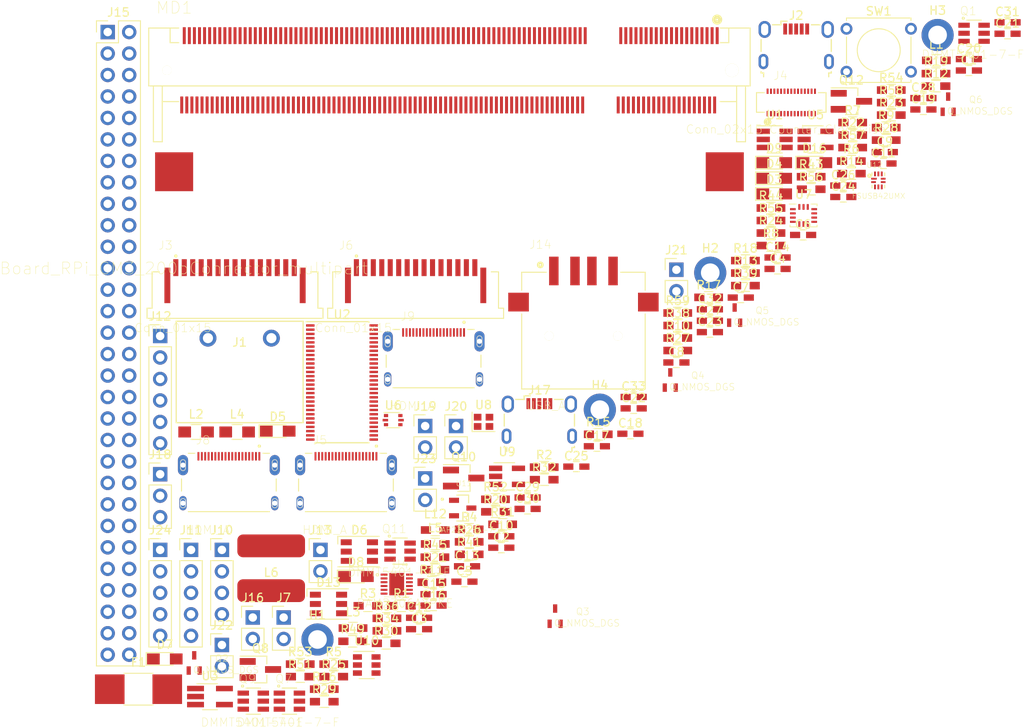
<source format=kicad_pcb>
(kicad_pcb (version 20171130) (host pcbnew "(5.0.2)-1")
  (layers (0 F.Cu signal) (31 B.Cu signal) (34 B.Paste user) (35 F.Paste user) (36 B.SilkS user) (37 F.SilkS user) (38 B.Mask user) (39 F.Mask user) (44 Edge.Cuts user))
  (net 0 "")
  (net 1 GND)
  (net 2 5V)
  (net 3 "Net-(C3-Pad1)")
  (net 4 "Net-(C6-Pad1)")
  (net 5 1V2)
  (net 6 "Net-(C8-Pad2)")
  (net 7 1V8)
  (net 8 3V3)
  (net 9 "Net-(C9-Pad2)")
  (net 10 3V3F1)
  (net 11 CM_1V8)
  (net 12 2V8)
  (net 13 "Net-(C16-Pad1)")
  (net 14 CAM_1V8)
  (net 15 GPIO0-27_VREF)
  (net 16 GPIO28-45_VREF)
  (net 17 CM_VBAT)
  (net 18 CM_3V3)
  (net 19 "Net-(C25-Pad2)")
  (net 20 H5V)
  (net 21 VBUSA)
  (net 22 "Net-(C31-Pad1)")
  (net 23 "Net-(C32-Pad1)")
  (net 24 "Net-(C32-Pad2)")
  (net 25 "Net-(C33-Pad1)")
  (net 26 "Net-(D3-Pad2)")
  (net 27 "Net-(D4-Pad2)")
  (net 28 "Net-(D5-Pad2)")
  (net 29 "Net-(D6-Pad6)")
  (net 30 "Net-(D6-Pad5)")
  (net 31 "Net-(D6-Pad4)")
  (net 32 "Net-(D7-Pad2)")
  (net 33 "Net-(D8-Pad2)")
  (net 34 "Net-(D9-Pad2)")
  (net 35 "Net-(D13-Pad4)")
  (net 36 "Net-(D13-Pad5)")
  (net 37 "Net-(D13-Pad6)")
  (net 38 "Net-(D16-Pad2)")
  (net 39 "Net-(D16-Pad1)")
  (net 40 "Net-(F1-Pad2)")
  (net 41 "Net-(F1-Pad1)")
  (net 42 CAM0_offboard_DN0)
  (net 43 CAM0_offboard_DP0)
  (net 44 CAM0_offboard_DN1)
  (net 45 CAM0_offboard_DP1)
  (net 46 CAM0_offboard_CN)
  (net 47 CAM0_offboard_CP)
  (net 48 CAM0_offboard_IO0)
  (net 49 CAM0_offboard_CK)
  (net 50 CD0_offboard_SCL)
  (net 51 CD0_offboard_SDA)
  (net 52 CAM0_onboard_DN0)
  (net 53 CAM0_onboard_DP1)
  (net 54 CAM0_onboard_CLK)
  (net 55 "Net-(J4-Pad2)")
  (net 56 CAM0_onboard_CP)
  (net 57 CAM0_onboard_DP0)
  (net 58 CAM0_onboard_DN1)
  (net 59 "Net-(J4-Pad1)")
  (net 60 CAM0_onboard_CN)
  (net 61 CD1_SDA)
  (net 62 CD1_SCL)
  (net 63 CAM1_CK)
  (net 64 CAM1_IO0)
  (net 65 CAM1_CP)
  (net 66 CAM1_CN)
  (net 67 CAM1_DP1)
  (net 68 CAM1_DN1)
  (net 69 CAM1_DP0)
  (net 70 CAM1_DN0)
  (net 71 "Net-(J7-Pad1)")
  (net 72 "Net-(J7-Pad2)")
  (net 73 CK+)
  (net 74 D0-)
  (net 75 D0+)
  (net 76 D1-)
  (net 77 D1+)
  (net 78 CK-)
  (net 79 "Net-(J8-Pad13)")
  (net 80 HDMI_SCL)
  (net 81 HDMI_SDA)
  (net 82 D2-)
  (net 83 D2+)
  (net 84 HDMI_HPD)
  (net 85 GPIO15_RX)
  (net 86 GPIO14_TX)
  (net 87 CAM1_CLK)
  (net 88 CD0_SDA)
  (net 89 SPI0_CLK)
  (net 90 SPI0_MOSI)
  (net 91 SPI0_MISO)
  (net 92 SPI0_CS)
  (net 93 "Net-(J13-Pad2)")
  (net 94 "Net-(J13-Pad1)")
  (net 95 /HSD2-)
  (net 96 /HSD2+)
  (net 97 RUN)
  (net 98 GPIO26)
  (net 99 GPIO25)
  (net 100 GPIO24)
  (net 101 GPIO23)
  (net 102 GPIO22)
  (net 103 GPIO21)
  (net 104 GPIO20)
  (net 105 GPIO19)
  (net 106 GPIO18)
  (net 107 GPIO17)
  (net 108 GPIO16)
  (net 109 GPIO13)
  (net 110 GPIO12)
  (net 111 CAM0_IO0)
  (net 112 CAM0_CK)
  (net 113 CD0_SCL)
  (net 114 USB_OTGID)
  (net 115 /HSD1+)
  (net 116 /HSD1-)
  (net 117 VBUSB)
  (net 118 "Net-(L2-Pad1)")
  (net 119 "Net-(L3-Pad1)")
  (net 120 "Net-(L4-Pad1)")
  (net 121 EMMC_DISABLE_N)
  (net 122 "Net-(MD1-Pad4)")
  (net 123 GPIO28)
  (net 124 GPIO29)
  (net 125 GPIO30)
  (net 126 GPIO31)
  (net 127 GPIO32)
  (net 128 GPIO38)
  (net 129 GPIO39)
  (net 130 GPIO40)
  (net 131 GPIO41)
  (net 132 GPIO42)
  (net 133 GPIO43)
  (net 134 HDMI_HPD_N_1V8)
  (net 135 CAM0_onboard_n)
  (net 136 EMMC_EN_N_1V8)
  (net 137 CAM0_DP0)
  (net 138 CAM0_DN0)
  (net 139 CAM0_CP)
  (net 140 CAM0_CN)
  (net 141 CAM0_DP1)
  (net 142 CAM0_DN1)
  (net 143 USB_DP)
  (net 144 USB_DM)
  (net 145 HDMI_CEC)
  (net 146 "Net-(Q1-Pad4)")
  (net 147 "Net-(Q1-Pad1)")
  (net 148 "Net-(Q4-Pad2)")
  (net 149 "Net-(Q6-Pad1)")
  (net 150 "Net-(Q7-Pad1)")
  (net 151 "Net-(Q10-Pad1)")
  (net 152 "Net-(Q11-Pad2)")
  (net 153 "Net-(Q11-Pad1)")
  (net 154 "Net-(R13-Pad2)")
  (net 155 "Net-(R54-Pad2)")
  (net 156 CD0_onboard_SDA)
  (net 157 CAM0_onboard_IO0)
  (net 158 CD0_onboard_SCL)
  (module Capacitors_SMD:C_0603_HandSoldering (layer F.Cu) (at 191.725001 97.465001)
    (fp_text reference C1 (at 0 -1.25) (layer F.SilkS))
    (fp_text value 47u)
    (pad 2 smd rect (at 0.95 0) (size 1.2 0.75) (layers F.Cu F.Paste F.Mask) (net 1 GND))
    (pad 1 smd rect (at -0.95 0) (size 1.2 0.75) (layers F.Cu F.Paste F.Mask) (net 2 5V))
  )
  (module Capacitors_SMD:C_0603_HandSoldering (layer F.Cu) (at 136.445001 153.915001)
    (fp_text reference C2 (at 0 -1.25) (layer F.SilkS))
    (fp_text value 47u)
    (pad 1 smd rect (at -0.95 0) (size 1.2 0.75) (layers F.Cu F.Paste F.Mask) (net 2 5V))
    (pad 2 smd rect (at 0.95 0) (size 1.2 0.75) (layers F.Cu F.Paste F.Mask) (net 1 GND))
  )
  (module Capacitors_SMD:C_0603_HandSoldering (layer F.Cu) (at 126.725001 163.555001)
    (fp_text reference C3 (at 0 -1.25) (layer F.SilkS))
    (fp_text value 100n)
    (pad 1 smd rect (at -0.95 0) (size 1.2 0.75) (layers F.Cu F.Paste F.Mask) (net 3 "Net-(C3-Pad1)"))
    (pad 2 smd rect (at 0.95 0) (size 1.2 0.75) (layers F.Cu F.Paste F.Mask) (net 1 GND))
  )
  (module Capacitors_SMD:C_0603_HandSoldering (layer F.Cu) (at 169.105001 120.935001)
    (fp_text reference C4 (at 0 -1.25) (layer F.SilkS))
    (fp_text value 10u)
    (pad 2 smd rect (at 0.95 0) (size 1.2 0.75) (layers F.Cu F.Paste F.Mask) (net 1 GND))
    (pad 1 smd rect (at -0.95 0) (size 1.2 0.75) (layers F.Cu F.Paste F.Mask) (net 2 5V))
  )
  (module Capacitors_SMD:C_0603_HandSoldering (layer F.Cu) (at 132.085001 157.935001)
    (fp_text reference C5 (at 0 -1.25) (layer F.SilkS))
    (fp_text value 10u)
    (pad 1 smd rect (at -0.95 0) (size 1.2 0.75) (layers F.Cu F.Paste F.Mask) (net 2 5V))
    (pad 2 smd rect (at 0.95 0) (size 1.2 0.75) (layers F.Cu F.Paste F.Mask) (net 1 GND))
  )
  (module Capacitors_SMD:C_0603_HandSoldering (layer F.Cu) (at 172.125001 116.915001)
    (fp_text reference C6 (at 0 -1.25) (layer F.SilkS))
    (fp_text value 100n)
    (pad 1 smd rect (at -0.95 0) (size 1.2 0.75) (layers F.Cu F.Paste F.Mask) (net 4 "Net-(C6-Pad1)"))
    (pad 2 smd rect (at 0.95 0) (size 1.2 0.75) (layers F.Cu F.Paste F.Mask) (net 1 GND))
  )
  (module Capacitors_SMD:C_0603_HandSoldering (layer F.Cu) (at 164.755001 124.325001)
    (fp_text reference C7 (at 0 -1.25) (layer F.SilkS))
    (fp_text value 100n)
    (pad 1 smd rect (at -0.95 0) (size 1.2 0.75) (layers F.Cu F.Paste F.Mask) (net 5 1V2))
    (pad 2 smd rect (at 0.95 0) (size 1.2 0.75) (layers F.Cu F.Paste F.Mask) (net 1 GND))
  )
  (module Capacitors_SMD:C_0603_HandSoldering (layer F.Cu) (at 157.145001 132.005001)
    (fp_text reference C8 (at 0 -1.25) (layer F.SilkS))
    (fp_text value NF)
    (pad 2 smd rect (at 0.95 0) (size 1.2 0.75) (layers F.Cu F.Paste F.Mask) (net 6 "Net-(C8-Pad2)"))
    (pad 1 smd rect (at -0.95 0) (size 1.2 0.75) (layers F.Cu F.Paste F.Mask) (net 7 1V8))
  )
  (module Capacitors_SMD:C_0603_HandSoldering (layer F.Cu) (at 181.785001 107.115001)
    (fp_text reference C9 (at 0 -1.25) (layer F.SilkS))
    (fp_text value NF)
    (pad 1 smd rect (at -0.95 0) (size 1.2 0.75) (layers F.Cu F.Paste F.Mask) (net 8 3V3))
    (pad 2 smd rect (at 0.95 0) (size 1.2 0.75) (layers F.Cu F.Paste F.Mask) (net 9 "Net-(C9-Pad2)"))
  )
  (module Capacitors_SMD:C_0603_HandSoldering (layer F.Cu) (at 136.445001 152.565001)
    (fp_text reference C10 (at 0 -1.25) (layer F.SilkS))
    (fp_text value 100n)
    (pad 2 smd rect (at 0.95 0) (size 1.2 0.75) (layers F.Cu F.Paste F.Mask) (net 1 GND))
    (pad 1 smd rect (at -0.95 0) (size 1.2 0.75) (layers F.Cu F.Paste F.Mask) (net 10 3V3F1))
  )
  (module Capacitors_SMD:C_0603_HandSoldering (layer F.Cu) (at 181.625001 108.465001)
    (fp_text reference C11 (at 0 -1.25) (layer F.SilkS))
    (fp_text value 100n)
    (pad 2 smd rect (at 0.95 0) (size 1.2 0.75) (layers F.Cu F.Paste F.Mask) (net 1 GND))
    (pad 1 smd rect (at -0.95 0) (size 1.2 0.75) (layers F.Cu F.Paste F.Mask) (net 10 3V3F1))
  )
  (module Capacitors_SMD:C_0603_HandSoldering (layer F.Cu) (at 126.725001 162.205001)
    (fp_text reference C12 (at 0 -1.25) (layer F.SilkS))
    (fp_text value 47u)
    (pad 2 smd rect (at 0.95 0) (size 1.2 0.75) (layers F.Cu F.Paste F.Mask) (net 1 GND))
    (pad 1 smd rect (at -0.95 0) (size 1.2 0.75) (layers F.Cu F.Paste F.Mask) (net 11 CM_1V8))
  )
  (module Capacitors_SMD:C_0603_HandSoldering (layer F.Cu) (at 132.395001 156.115001)
    (fp_text reference C13 (at 0 -1.25) (layer F.SilkS))
    (fp_text value 10u)
    (pad 2 smd rect (at 0.95 0) (size 1.2 0.75) (layers F.Cu F.Paste F.Mask) (net 1 GND))
    (pad 1 smd rect (at -0.95 0) (size 1.2 0.75) (layers F.Cu F.Paste F.Mask) (net 8 3V3))
  )
  (module Capacitors_SMD:C_0603_HandSoldering (layer F.Cu) (at 169.105001 119.585001)
    (fp_text reference C14 (at 0 -1.25) (layer F.SilkS))
    (fp_text value 10u)
    (pad 1 smd rect (at -0.95 0) (size 1.2 0.75) (layers F.Cu F.Paste F.Mask) (net 7 1V8))
    (pad 2 smd rect (at 0.95 0) (size 1.2 0.75) (layers F.Cu F.Paste F.Mask) (net 1 GND))
  )
  (module Capacitors_SMD:C_0603_HandSoldering (layer F.Cu) (at 128.435001 159.415001)
    (fp_text reference C15 (at 0 -1.25) (layer F.SilkS))
    (fp_text value 100n)
    (pad 2 smd rect (at 0.95 0) (size 1.2 0.75) (layers F.Cu F.Paste F.Mask) (net 1 GND))
    (pad 1 smd rect (at -0.95 0) (size 1.2 0.75) (layers F.Cu F.Paste F.Mask) (net 12 2V8))
  )
  (module Capacitors_SMD:C_0603_HandSoldering (layer F.Cu) (at 128.435001 160.765001)
    (fp_text reference C16 (at 0 -1.25) (layer F.SilkS))
    (fp_text value 100n)
    (pad 2 smd rect (at 0.95 0) (size 1.2 0.75) (layers F.Cu F.Paste F.Mask) (net 1 GND))
    (pad 1 smd rect (at -0.95 0) (size 1.2 0.75) (layers F.Cu F.Paste F.Mask) (net 13 "Net-(C16-Pad1)"))
  )
  (module Capacitors_SMD:C_0603_HandSoldering (layer F.Cu) (at 147.745001 141.915001)
    (fp_text reference C17 (at 0 -1.25) (layer F.SilkS))
    (fp_text value 100n)
    (pad 2 smd rect (at 0.95 0) (size 1.2 0.75) (layers F.Cu F.Paste F.Mask) (net 1 GND))
    (pad 1 smd rect (at -0.95 0) (size 1.2 0.75) (layers F.Cu F.Paste F.Mask) (net 12 2V8))
  )
  (module Capacitors_SMD:C_0603_HandSoldering (layer F.Cu) (at 151.705001 140.435001)
    (fp_text reference C18 (at 0 -1.25) (layer F.SilkS))
    (fp_text value 100n)
    (pad 2 smd rect (at 0.95 0) (size 1.2 0.75) (layers F.Cu F.Paste F.Mask) (net 1 GND))
    (pad 1 smd rect (at -0.95 0) (size 1.2 0.75) (layers F.Cu F.Paste F.Mask) (net 5 1V2))
  )
  (module Capacitors_SMD:C_0603_HandSoldering (layer F.Cu) (at 186.345001 102.075001)
    (fp_text reference C19 (at 0 -1.25) (layer F.SilkS))
    (fp_text value 100n)
    (pad 2 smd rect (at 0.95 0) (size 1.2 0.75) (layers F.Cu F.Paste F.Mask) (net 14 CAM_1V8))
    (pad 1 smd rect (at -0.95 0) (size 1.2 0.75) (layers F.Cu F.Paste F.Mask) (net 1 GND))
  )
  (module Capacitors_SMD:C_0603_HandSoldering (layer F.Cu) (at 191.725001 96.115001)
    (fp_text reference C20 (at 0 -1.25) (layer F.SilkS))
    (fp_text value 1u)
    (pad 1 smd rect (at -0.95 0) (size 1.2 0.75) (layers F.Cu F.Paste F.Mask) (net 1 GND))
    (pad 2 smd rect (at 0.95 0) (size 1.2 0.75) (layers F.Cu F.Paste F.Mask) (net 15 GPIO0-27_VREF))
  )
  (module Capacitors_SMD:C_0603_HandSoldering (layer F.Cu) (at 196.295001 93.115001)
    (fp_text reference C21 (at 0 -1.25) (layer F.SilkS))
    (fp_text value 1u)
    (pad 2 smd rect (at 0.95 0) (size 1.2 0.75) (layers F.Cu F.Paste F.Mask) (net 16 GPIO28-45_VREF))
    (pad 1 smd rect (at -0.95 0) (size 1.2 0.75) (layers F.Cu F.Paste F.Mask) (net 1 GND))
  )
  (module Capacitors_SMD:C_0603_HandSoldering (layer F.Cu) (at 152.095001 137.435001)
    (fp_text reference C22 (at 0 -1.25) (layer F.SilkS))
    (fp_text value 47u)
    (pad 2 smd rect (at 0.95 0) (size 1.2 0.75) (layers F.Cu F.Paste F.Mask) (net 1 GND))
    (pad 1 smd rect (at -0.95 0) (size 1.2 0.75) (layers F.Cu F.Paste F.Mask) (net 17 CM_VBAT))
  )
  (module Capacitors_SMD:C_0603_HandSoldering (layer F.Cu) (at 161.105001 128.415001)
    (fp_text reference C23 (at 0 -1.25) (layer F.SilkS))
    (fp_text value 47u)
    (pad 1 smd rect (at -0.95 0) (size 1.2 0.75) (layers F.Cu F.Paste F.Mask) (net 18 CM_3V3))
    (pad 2 smd rect (at 0.95 0) (size 1.2 0.75) (layers F.Cu F.Paste F.Mask) (net 1 GND))
  )
  (module Capacitors_SMD:C_0603_HandSoldering (layer F.Cu) (at 176.875001 112.425001)
    (fp_text reference C24 (at 0 -1.25) (layer F.SilkS))
    (fp_text value 100n)
    (pad 1 smd rect (at -0.95 0) (size 1.2 0.75) (layers F.Cu F.Paste F.Mask) (net 8 3V3))
    (pad 2 smd rect (at 0.95 0) (size 1.2 0.75) (layers F.Cu F.Paste F.Mask) (net 1 GND))
  )
  (module Capacitors_SMD:C_0603_HandSoldering (layer F.Cu) (at 145.315001 144.325001)
    (fp_text reference C25 (at 0 -1.25) (layer F.SilkS))
    (fp_text value 100n)
    (pad 2 smd rect (at 0.95 0) (size 1.2 0.75) (layers F.Cu F.Paste F.Mask) (net 19 "Net-(C25-Pad2)"))
    (pad 1 smd rect (at -0.95 0) (size 1.2 0.75) (layers F.Cu F.Paste F.Mask) (net 1 GND))
  )
  (module Capacitors_SMD:C_0603_HandSoldering (layer F.Cu) (at 176.875001 111.075001)
    (fp_text reference C26 (at 0 -1.25) (layer F.SilkS))
    (fp_text value 100n)
    (pad 1 smd rect (at -0.95 0) (size 1.2 0.75) (layers F.Cu F.Paste F.Mask) (net 1 GND))
    (pad 2 smd rect (at 0.95 0) (size 1.2 0.75) (layers F.Cu F.Paste F.Mask) (net 2 5V))
  )
  (module Capacitors_SMD:C_0603_HandSoldering (layer F.Cu) (at 161.105001 127.065001)
    (fp_text reference C27 (at 0 -1.25) (layer F.SilkS))
    (fp_text value 100n)
    (pad 1 smd rect (at -0.95 0) (size 1.2 0.75) (layers F.Cu F.Paste F.Mask) (net 20 H5V))
    (pad 2 smd rect (at 0.95 0) (size 1.2 0.75) (layers F.Cu F.Paste F.Mask) (net 1 GND))
  )
  (module Capacitors_SMD:C_0603_HandSoldering (layer F.Cu) (at 186.345001 100.725001)
    (fp_text reference C28 (at 0 -1.25) (layer F.SilkS))
    (fp_text value 47u)
    (pad 1 smd rect (at -0.95 0) (size 1.2 0.75) (layers F.Cu F.Paste F.Mask) (net 21 VBUSA))
    (pad 2 smd rect (at 0.95 0) (size 1.2 0.75) (layers F.Cu F.Paste F.Mask) (net 1 GND))
  )
  (module Capacitors_SMD:C_0603_HandSoldering (layer F.Cu) (at 139.555001 147.975001)
    (fp_text reference C29 (at 0 -1.25) (layer F.SilkS))
    (fp_text value 47u)
    (pad 2 smd rect (at 0.95 0) (size 1.2 0.75) (layers F.Cu F.Paste F.Mask) (net 1 GND))
    (pad 1 smd rect (at -0.95 0) (size 1.2 0.75) (layers F.Cu F.Paste F.Mask) (net 21 VBUSA))
  )
  (module Capacitors_SMD:C_0603_HandSoldering (layer F.Cu) (at 139.555001 149.325001)
    (fp_text reference C30 (at 0 -1.25) (layer F.SilkS))
    (fp_text value 100n)
    (pad 1 smd rect (at -0.95 0) (size 1.2 0.75) (layers F.Cu F.Paste F.Mask) (net 8 3V3))
    (pad 2 smd rect (at 0.95 0) (size 1.2 0.75) (layers F.Cu F.Paste F.Mask) (net 1 GND))
  )
  (module Capacitors_SMD:C_0603_HandSoldering (layer F.Cu) (at 196.295001 91.765001)
    (fp_text reference C31 (at 0 -1.25) (layer F.SilkS))
    (fp_text value 22u)
    (pad 2 smd rect (at 0.95 0) (size 1.2 0.75) (layers F.Cu F.Paste F.Mask) (net 1 GND))
    (pad 1 smd rect (at -0.95 0) (size 1.2 0.75) (layers F.Cu F.Paste F.Mask) (net 22 "Net-(C31-Pad1)"))
  )
  (module Capacitors_SMD:C_0603_HandSoldering (layer F.Cu) (at 161.105001 125.715001)
    (fp_text reference C32 (at 0 -1.25) (layer F.SilkS))
    (fp_text value 100nf)
    (pad 1 smd rect (at -0.95 0) (size 1.2 0.75) (layers F.Cu F.Paste F.Mask) (net 23 "Net-(C32-Pad1)"))
    (pad 2 smd rect (at 0.95 0) (size 1.2 0.75) (layers F.Cu F.Paste F.Mask) (net 24 "Net-(C32-Pad2)"))
  )
  (module Capacitors_SMD:C_0603_HandSoldering (layer F.Cu) (at 152.095001 136.085001)
    (fp_text reference C33 (at 0 -1.25) (layer F.SilkS))
    (fp_text value 47u)
    (pad 1 smd rect (at -0.95 0) (size 1.2 0.75) (layers F.Cu F.Paste F.Mask) (net 25 "Net-(C33-Pad1)"))
    (pad 2 smd rect (at 0.95 0) (size 1.2 0.75) (layers F.Cu F.Paste F.Mask) (net 1 GND))
  )
  (module LEDs:LED_0805_HandSoldering (layer F.Cu) (at 168.715001 112.065001)
    (fp_text reference D3 (at 0 -1.7) (layer F.SilkS))
    (fp_text value LED)
    (pad 2 smd rect (at 1.35 0) (size 1.5 1.3) (layers F.Cu F.Paste F.Mask) (net 26 "Net-(D3-Pad2)"))
    (pad 1 smd rect (at -1.35 0) (size 1.5 1.3) (layers F.Cu F.Paste F.Mask) (net 1 GND))
  )
  (module LEDs:LED_0805_HandSoldering (layer F.Cu) (at 168.715001 110.215001)
    (fp_text reference D4 (at 0 -1.7) (layer F.SilkS))
    (fp_text value LED)
    (pad 1 smd rect (at -1.35 0) (size 1.5 1.3) (layers F.Cu F.Paste F.Mask) (net 1 GND))
    (pad 2 smd rect (at 1.35 0) (size 1.5 1.3) (layers F.Cu F.Paste F.Mask) (net 27 "Net-(D4-Pad2)"))
  )
  (module LEDs:LED_0805_HandSoldering (layer F.Cu) (at 110.015001 140.125001)
    (fp_text reference D5 (at 0 -1.7) (layer F.SilkS))
    (fp_text value LED)
    (pad 2 smd rect (at 1.35 0) (size 1.5 1.3) (layers F.Cu F.Paste F.Mask) (net 28 "Net-(D5-Pad2)"))
    (pad 1 smd rect (at -1.35 0) (size 1.5 1.3) (layers F.Cu F.Paste F.Mask) (net 1 GND))
  )
  (module LEDs:LED_RGB_PLCC-6 (layer F.Cu) (at 119.665001 154.375001)
    (fp_text reference D6 (at 0 -2.55 180) (layer F.SilkS))
    (fp_text value LED_RGB)
    (pad 6 smd rect (at 1.55 -1.1 90) (size 0.7 1.3) (layers F.Cu F.Paste F.Mask) (net 29 "Net-(D6-Pad6)"))
    (pad 5 smd rect (at 1.55 0 90) (size 0.7 1.3) (layers F.Cu F.Paste F.Mask) (net 30 "Net-(D6-Pad5)"))
    (pad 4 smd rect (at 1.55 1.1 90) (size 0.7 1.3) (layers F.Cu F.Paste F.Mask) (net 31 "Net-(D6-Pad4)"))
    (pad 3 smd rect (at -1.55 1.1 90) (size 0.7 1.3) (layers F.Cu F.Paste F.Mask) (net 1 GND))
    (pad 2 smd rect (at -1.55 0 90) (size 0.7 1.3) (layers F.Cu F.Paste F.Mask) (net 1 GND))
    (pad 1 smd rect (at -1.55 -1.1 90) (size 0.7 1.3) (layers F.Cu F.Paste F.Mask) (net 1 GND))
  )
  (module LEDs:LED_0805_HandSoldering (layer F.Cu) (at 96.665001 167.075001)
    (fp_text reference D7 (at 0 -1.7) (layer F.SilkS))
    (fp_text value LED)
    (pad 1 smd rect (at -1.35 0) (size 1.5 1.3) (layers F.Cu F.Paste F.Mask) (net 1 GND))
    (pad 2 smd rect (at 1.35 0) (size 1.5 1.3) (layers F.Cu F.Paste F.Mask) (net 32 "Net-(D7-Pad2)"))
  )
  (module LEDs:LED_0805_HandSoldering (layer F.Cu) (at 119.265001 157.325001)
    (fp_text reference D8 (at 0 -1.7) (layer F.SilkS))
    (fp_text value LED)
    (pad 2 smd rect (at 1.35 0) (size 1.5 1.3) (layers F.Cu F.Paste F.Mask) (net 33 "Net-(D8-Pad2)"))
    (pad 1 smd rect (at -1.35 0) (size 1.5 1.3) (layers F.Cu F.Paste F.Mask) (net 1 GND))
  )
  (module LEDs:LED_0805_HandSoldering (layer F.Cu) (at 168.715001 108.365001)
    (fp_text reference D9 (at 0 -1.7) (layer F.SilkS))
    (fp_text value LED)
    (pad 1 smd rect (at -1.35 0) (size 1.5 1.3) (layers F.Cu F.Paste F.Mask) (net 1 GND))
    (pad 2 smd rect (at 1.35 0) (size 1.5 1.3) (layers F.Cu F.Paste F.Mask) (net 34 "Net-(D9-Pad2)"))
  )
  (module LEDs:LED_RGB_PLCC-6 (layer F.Cu) (at 116.015001 160.575001)
    (fp_text reference D13 (at 0 -2.55 180) (layer F.SilkS))
    (fp_text value LED_RGB)
    (pad 1 smd rect (at -1.55 -1.1 90) (size 0.7 1.3) (layers F.Cu F.Paste F.Mask) (net 1 GND))
    (pad 2 smd rect (at -1.55 0 90) (size 0.7 1.3) (layers F.Cu F.Paste F.Mask) (net 1 GND))
    (pad 3 smd rect (at -1.55 1.1 90) (size 0.7 1.3) (layers F.Cu F.Paste F.Mask) (net 1 GND))
    (pad 4 smd rect (at 1.55 1.1 90) (size 0.7 1.3) (layers F.Cu F.Paste F.Mask) (net 35 "Net-(D13-Pad4)"))
    (pad 5 smd rect (at 1.55 0 90) (size 0.7 1.3) (layers F.Cu F.Paste F.Mask) (net 36 "Net-(D13-Pad5)"))
    (pad 6 smd rect (at 1.55 -1.1 90) (size 0.7 1.3) (layers F.Cu F.Paste F.Mask) (net 37 "Net-(D13-Pad6)"))
  )
  (module LEDs:LED_0805_HandSoldering (layer F.Cu) (at 173.465001 108.365001)
    (fp_text reference D16 (at 0 -1.7) (layer F.SilkS))
    (fp_text value LED)
    (pad 2 smd rect (at 1.35 0) (size 1.5 1.3) (layers F.Cu F.Paste F.Mask) (net 38 "Net-(D16-Pad2)"))
    (pad 1 smd rect (at -1.35 0) (size 1.5 1.3) (layers F.Cu F.Paste F.Mask) (net 39 "Net-(D16-Pad1)"))
  )
  (module Inductors_SMD:L_1812_HandSoldering (layer F.Cu) (at 93.555001 170.655001)
    (fp_text reference F1 (at 0 -3.17) (layer F.SilkS))
    (fp_text value "2A Polyfuse")
    (pad 2 smd rect (at 3.4 0) (size 3.5 3.5) (layers F.Cu F.Paste F.Mask) (net 40 "Net-(F1-Pad2)"))
    (pad 1 smd rect (at -3.4 0) (size 3.5 3.5) (layers F.Cu F.Paste F.Mask) (net 41 "Net-(F1-Pad1)"))
  )
  (module Mounting_Holes:MountingHole_2.2mm_M2_DIN965_Pad (layer F.Cu) (at 114.715001 164.775001)
    (fp_text reference H1 (at 0 -2.9) (layer F.SilkS))
    (fp_text value MountingHole)
    (pad 1 thru_hole circle (at 0 0) (size 3.8 3.8) (drill 2.2) (layers *.Cu *.Mask))
  )
  (module Mounting_Holes:MountingHole_2.2mm_M2_DIN965_Pad (layer F.Cu) (at 161.145001 121.385001)
    (fp_text reference H2 (at 0 -2.9) (layer F.SilkS))
    (fp_text value MountingHole)
    (pad 1 thru_hole circle (at 0 0) (size 3.8 3.8) (drill 2.2) (layers *.Cu *.Mask))
  )
  (module Mounting_Holes:MountingHole_2.2mm_M2_DIN965_Pad (layer F.Cu) (at 188.025001 93.265001)
    (fp_text reference H3 (at 0 -2.9) (layer F.SilkS))
    (fp_text value MountingHole)
    (pad 1 thru_hole circle (at 0 0) (size 3.8 3.8) (drill 2.2) (layers *.Cu *.Mask))
  )
  (module Mounting_Holes:MountingHole_2.2mm_M2_DIN965_Pad (layer F.Cu) (at 148.095001 137.585001)
    (fp_text reference H4 (at 0 -2.9) (layer F.SilkS))
    (fp_text value MountingHole)
    (pad 1 thru_hole circle (at 0 0) (size 3.8 3.8) (drill 2.2) (layers *.Cu *.Mask))
  )
  (module "CAMCONs:7.5mm Camcon" (layer F.Cu) (at 105.515001 129.125001)
    (fp_text reference J1 (at 0 0.5) (layer F.SilkS))
    (fp_text value Conn_01x02)
    (pad 1 thru_hole circle (at 3.75 0) (size 2 2) (drill 1.2) (layers *.Cu *.Mask) (net 1 GND))
    (pad 2 thru_hole circle (at -3.75 0) (size 2 2) (drill 1.2) (layers *.Cu *.Mask) (net 22 "Net-(C31-Pad1)"))
  )
  (module Connectors_USB:USB_Micro-B_Wuerth-629105150521 (layer F.Cu) (at 171.305001 94.455001)
    (fp_text reference J2 (at 0 -3.5) (layer F.SilkS))
    (fp_text value USB_OTG)
    (pad 1 smd rect (at -1.3 -1.9) (size 0.45 1.3) (layers F.Cu F.Paste F.Mask) (net 40 "Net-(F1-Pad2)"))
    (pad 2 smd rect (at -0.65 -1.9) (size 0.45 1.3) (layers F.Cu F.Paste F.Mask))
    (pad 3 smd rect (at 0 -1.9) (size 0.45 1.3) (layers F.Cu F.Paste F.Mask))
    (pad 4 smd rect (at 0.65 -1.9) (size 0.45 1.3) (layers F.Cu F.Paste F.Mask))
    (pad 5 smd rect (at 1.3 -1.9) (size 0.45 1.3) (layers F.Cu F.Paste F.Mask) (net 1 GND))
    (pad 6 thru_hole oval (at -3.725 -1.85) (size 1.45 2) (drill oval 0.85 1.4) (layers *.Cu *.Mask) (net 1 GND))
    (pad 6 thru_hole oval (at 3.725 -1.85) (size 1.45 2) (drill oval 0.85 1.4) (layers *.Cu *.Mask) (net 1 GND))
    (pad 6 thru_hole oval (at -3.875 1.95) (size 1.15 1.8) (drill oval 0.55 1.2) (layers *.Cu *.Mask) (net 1 GND))
    (pad 6 thru_hole oval (at 3.875 1.95) (size 1.15 1.8) (drill oval 0.55 1.2) (layers *.Cu *.Mask) (net 1 GND))
    (pad "" np_thru_hole oval (at -2.5 -0.8) (size 0.8 0.8) (drill 0.8) (layers *.Cu *.Mask))
    (pad "" np_thru_hole oval (at 2.5 -0.8) (size 0.8 0.8) (drill 0.8) (layers *.Cu *.Mask))
  )
  (module SFW15R-1STE1LF:AMPHENOL_SFW15R-1STE1LF (layer F.Cu) (at 104.965001 120.783001)
    (fp_text reference J3 (at -8.2142 -2.63636) (layer F.SilkS) (effects (font (size 1.00051 1.00051) (thickness 0.05))))
    (fp_text value Conn_01x15 (at -7.33952 7.12907) (layer F.SilkS) (effects (font (size 1.00198 1.00198) (thickness 0.05))))
    (pad 1 smd rect (at -7 0) (size 0.6 2) (layers F.Cu F.Paste F.Mask) (net 1 GND))
    (pad 2 smd rect (at -6 0) (size 0.6 2) (layers F.Cu F.Paste F.Mask) (net 42 CAM0_offboard_DN0))
    (pad 3 smd rect (at -5 0) (size 0.6 2) (layers F.Cu F.Paste F.Mask) (net 43 CAM0_offboard_DP0))
    (pad 4 smd rect (at -4 0) (size 0.6 2) (layers F.Cu F.Paste F.Mask) (net 1 GND))
    (pad 5 smd rect (at -3 0) (size 0.6 2) (layers F.Cu F.Paste F.Mask) (net 44 CAM0_offboard_DN1))
    (pad 6 smd rect (at -2 0) (size 0.6 2) (layers F.Cu F.Paste F.Mask) (net 45 CAM0_offboard_DP1))
    (pad 7 smd rect (at -1 0) (size 0.6 2) (layers F.Cu F.Paste F.Mask) (net 1 GND))
    (pad 8 smd rect (at 0 0) (size 0.6 2) (layers F.Cu F.Paste F.Mask) (net 46 CAM0_offboard_CN))
    (pad 9 smd rect (at 1 0) (size 0.6 2) (layers F.Cu F.Paste F.Mask) (net 47 CAM0_offboard_CP))
    (pad 10 smd rect (at 2 0) (size 0.6 2) (layers F.Cu F.Paste F.Mask) (net 1 GND))
    (pad 11 smd rect (at 3 0) (size 0.6 2) (layers F.Cu F.Paste F.Mask) (net 48 CAM0_offboard_IO0))
    (pad 12 smd rect (at 4 0) (size 0.6 2) (layers F.Cu F.Paste F.Mask) (net 49 CAM0_offboard_CK))
    (pad 13 smd rect (at 5 0) (size 0.6 2) (layers F.Cu F.Paste F.Mask) (net 50 CD0_offboard_SCL))
    (pad 14 smd rect (at 6 0) (size 0.6 2) (layers F.Cu F.Paste F.Mask) (net 51 CD0_offboard_SDA))
    (pad S1 smd rect (at -8 2.1) (size 0.7 4.2) (layers F.Cu F.Paste F.Mask))
    (pad S2 smd rect (at 8 2.1) (size 0.7 4.2) (layers F.Cu F.Paste F.Mask))
    (pad 15 smd rect (at 7 0) (size 0.6 2) (layers F.Cu F.Paste F.Mask) (net 8 3V3))
  )
  (module "DF37NC-30DS-0.4V_53_:HRS_DF37NC-30DS-0.4V(53)" (layer F.Cu) (at 170.725001 101.245001)
    (fp_text reference J4 (at -1.27043 -3.17607) (layer F.SilkS) (effects (font (size 1.00034 1.00034) (thickness 0.05))))
    (fp_text value Conn_02x15_Counter_Clockwise (at -0.635115 3.17553) (layer F.SilkS) (effects (font (size 1.00017 1.00017) (thickness 0.05))))
    (pad 16 smd rect (at 0 -1.325 90) (size 0.63 0.23) (layers F.Cu F.Paste F.Mask) (net 1 GND))
    (pad 18 smd rect (at 0.4 -1.325 90) (size 0.63 0.23) (layers F.Cu F.Paste F.Mask))
    (pad 20 smd rect (at 0.8 -1.325 90) (size 0.63 0.23) (layers F.Cu F.Paste F.Mask))
    (pad 22 smd rect (at 1.2 -1.325 90) (size 0.63 0.23) (layers F.Cu F.Paste F.Mask) (net 1 GND))
    (pad 8 smd rect (at -1.6 -1.325 90) (size 0.63 0.23) (layers F.Cu F.Paste F.Mask) (net 52 CAM0_onboard_DN0))
    (pad 10 smd rect (at -1.2 -1.325 90) (size 0.63 0.23) (layers F.Cu F.Paste F.Mask) (net 53 CAM0_onboard_DP1))
    (pad 12 smd rect (at -0.8 -1.325 90) (size 0.63 0.23) (layers F.Cu F.Paste F.Mask) (net 1 GND))
    (pad 14 smd rect (at -0.4 -1.325 90) (size 0.63 0.23) (layers F.Cu F.Paste F.Mask))
    (pad 24 smd rect (at 1.6 -1.325 90) (size 0.63 0.23) (layers F.Cu F.Paste F.Mask) (net 54 CAM0_onboard_CLK))
    (pad 26 smd rect (at 2 -1.325 90) (size 0.63 0.23) (layers F.Cu F.Paste F.Mask) (net 14 CAM_1V8))
    (pad 28 smd rect (at 2.4 -1.325 90) (size 0.63 0.23) (layers F.Cu F.Paste F.Mask) (net 14 CAM_1V8))
    (pad 2 smd rect (at -2.8 -1.325 90) (size 0.63 0.23) (layers F.Cu F.Paste F.Mask) (net 55 "Net-(J4-Pad2)"))
    (pad 4 smd rect (at -2.4 -1.325 90) (size 0.63 0.23) (layers F.Cu F.Paste F.Mask) (net 56 CAM0_onboard_CP))
    (pad 6 smd rect (at -2 -1.325 90) (size 0.63 0.23) (layers F.Cu F.Paste F.Mask) (net 1 GND))
    (pad 30 smd rect (at 2.8 -1.325 90) (size 0.63 0.23) (layers F.Cu F.Paste F.Mask))
    (pad 15 smd rect (at 0 1.325 90) (size 0.63 0.23) (layers F.Cu F.Paste F.Mask) (net 1 GND))
    (pad 17 smd rect (at 0.4 1.325 90) (size 0.63 0.23) (layers F.Cu F.Paste F.Mask))
    (pad 19 smd rect (at 0.8 1.325 90) (size 0.63 0.23) (layers F.Cu F.Paste F.Mask) (net 1 GND))
    (pad 21 smd rect (at 1.2 1.325 90) (size 0.63 0.23) (layers F.Cu F.Paste F.Mask) (net 12 2V8))
    (pad 7 smd rect (at -1.6 1.325 90) (size 0.63 0.23) (layers F.Cu F.Paste F.Mask) (net 57 CAM0_onboard_DP0))
    (pad 9 smd rect (at -1.2 1.325 90) (size 0.63 0.23) (layers F.Cu F.Paste F.Mask) (net 1 GND))
    (pad 11 smd rect (at -0.8 1.325 90) (size 0.63 0.23) (layers F.Cu F.Paste F.Mask) (net 58 CAM0_onboard_DN1))
    (pad 13 smd rect (at -0.4 1.325 90) (size 0.63 0.23) (layers F.Cu F.Paste F.Mask))
    (pad 23 smd rect (at 1.6 1.325 90) (size 0.63 0.23) (layers F.Cu F.Paste F.Mask) (net 1 GND))
    (pad 25 smd rect (at 2 1.325 90) (size 0.63 0.23) (layers F.Cu F.Paste F.Mask) (net 1 GND))
    (pad 27 smd rect (at 2.4 1.325 90) (size 0.63 0.23) (layers F.Cu F.Paste F.Mask) (net 5 1V2))
    (pad 1 smd rect (at -2.8 1.325 90) (size 0.63 0.23) (layers F.Cu F.Paste F.Mask) (net 59 "Net-(J4-Pad1)"))
    (pad 3 smd rect (at -2.4 1.325 90) (size 0.63 0.23) (layers F.Cu F.Paste F.Mask) (net 1 GND))
    (pad 5 smd rect (at -2 1.325 90) (size 0.63 0.23) (layers F.Cu F.Paste F.Mask) (net 60 CAM0_onboard_CN))
    (pad 29 smd rect (at 2.8 1.325 90) (size 0.63 0.23) (layers F.Cu F.Paste F.Mask))
  )
  (module "HDMI connector:WURTH_685119136923" (layer F.Cu) (at 118.080001 143.100001)
    (fp_text reference J5 (at -3.062 -1.9059) (layer F.SilkS) (effects (font (thickness 0.05))))
    (fp_text value HDMI_A (at -2.517 8.6984) (layer F.SilkS) (effects (font (thickness 0.05))))
    (fp_text user CONNECTOR~EDGE (at 5.68 9.26) (layer Edge.Cuts) (effects (font (thickness 0.05))))
    (fp_text user PCB~EDGE (at 7.7 7.17) (layer Edge.Cuts) (effects (font (thickness 0.05))))
    (fp_arc (start 5.425 5.3) (end 5.125 5.3) (angle 180) (layer Edge.Cuts) (width 0.1))
    (fp_line (start 5.725 5.8) (end 5.725 5.3) (layer Edge.Cuts) (width 0.1))
    (fp_arc (start 5.425 5.8) (end 5.725 5.8) (angle 180) (layer Edge.Cuts) (width 0.1))
    (fp_line (start 5.125 5.3) (end 5.125 5.8) (layer Edge.Cuts) (width 0.1))
    (fp_arc (start -5.425 5.3) (end -5.725 5.3) (angle 180) (layer Edge.Cuts) (width 0.1))
    (fp_line (start -5.125 5.8) (end -5.125 5.3) (layer Edge.Cuts) (width 0.1))
    (fp_arc (start -5.425 5.8) (end -5.125 5.8) (angle 180) (layer Edge.Cuts) (width 0.1))
    (fp_line (start -5.725 5.3) (end -5.725 5.8) (layer Edge.Cuts) (width 0.1))
    (fp_arc (start 5.425 0.7) (end 5.125 0.7) (angle 180) (layer Edge.Cuts) (width 0.1))
    (fp_line (start 5.725 1.4) (end 5.725 0.7) (layer Edge.Cuts) (width 0.1))
    (fp_arc (start 5.425 1.4) (end 5.725 1.4) (angle 180) (layer Edge.Cuts) (width 0.1))
    (fp_line (start 5.125 0.7) (end 5.125 1.4) (layer Edge.Cuts) (width 0.1))
    (fp_arc (start -5.425 0.7) (end -5.725 0.7) (angle 180) (layer Edge.Cuts) (width 0.1))
    (fp_line (start -5.125 1.4) (end -5.125 0.7) (layer Edge.Cuts) (width 0.1))
    (fp_arc (start -5.425 1.4) (end -5.125 1.4) (angle 180) (layer Edge.Cuts) (width 0.1))
    (fp_line (start -5.725 0.7) (end -5.725 1.4) (layer Edge.Cuts) (width 0.1))
    (pad 19 smd rect (at -3.6 0 180) (size 0.23 1) (layers F.Cu F.Paste F.Mask))
    (pad 18 smd rect (at -3.2 0 180) (size 0.23 1) (layers F.Cu F.Paste F.Mask))
    (pad 17 smd rect (at -2.8 0 180) (size 0.23 1) (layers F.Cu F.Paste F.Mask) (net 1 GND))
    (pad 1 smd rect (at 3.6 0 180) (size 0.23 1) (layers F.Cu F.Paste F.Mask) (net 49 CAM0_offboard_CK))
    (pad 2 smd rect (at 3.2 0 180) (size 0.23 1) (layers F.Cu F.Paste F.Mask) (net 1 GND))
    (pad 3 smd rect (at 2.8 0 180) (size 0.23 1) (layers F.Cu F.Paste F.Mask) (net 48 CAM0_offboard_IO0))
    (pad 16 smd rect (at -2.4 0 180) (size 0.23 1) (layers F.Cu F.Paste F.Mask))
    (pad 15 smd rect (at -2 0 180) (size 0.23 1) (layers F.Cu F.Paste F.Mask) (net 8 3V3))
    (pad 14 smd rect (at -1.6 0 180) (size 0.23 1) (layers F.Cu F.Paste F.Mask) (net 51 CD0_offboard_SDA))
    (pad 13 smd rect (at -1.2 0 180) (size 0.23 1) (layers F.Cu F.Paste F.Mask) (net 50 CD0_offboard_SCL))
    (pad 12 smd rect (at -0.8 0 180) (size 0.23 1) (layers F.Cu F.Paste F.Mask) (net 42 CAM0_offboard_DN0))
    (pad 11 smd rect (at -0.4 0 180) (size 0.23 1) (layers F.Cu F.Paste F.Mask) (net 1 GND))
    (pad 4 smd rect (at 2.4 0 180) (size 0.23 1) (layers F.Cu F.Paste F.Mask) (net 47 CAM0_offboard_CP))
    (pad 5 smd rect (at 2 0 180) (size 0.23 1) (layers F.Cu F.Paste F.Mask) (net 1 GND))
    (pad 6 smd rect (at 1.6 0 180) (size 0.23 1) (layers F.Cu F.Paste F.Mask) (net 46 CAM0_offboard_CN))
    (pad 7 smd rect (at 1.2 0 180) (size 0.23 1) (layers F.Cu F.Paste F.Mask) (net 45 CAM0_offboard_DP1))
    (pad 8 smd rect (at 0.8 0 180) (size 0.23 1) (layers F.Cu F.Paste F.Mask) (net 1 GND))
    (pad 9 smd rect (at 0.4 0 180) (size 0.23 1) (layers F.Cu F.Paste F.Mask) (net 44 CAM0_offboard_DN1))
    (pad 10 smd rect (at 0 0 180) (size 0.23 1) (layers F.Cu F.Paste F.Mask) (net 43 CAM0_offboard_DP0))
    (pad SH thru_hole oval (at -5.425 5.55 90) (size 1.7 0.85) (drill 0.6) (layers *.Cu *.Mask) (net 1 GND))
    (pad SH thru_hole oval (at 5.425 5.55 90) (size 1.7 0.85) (drill 0.6) (layers *.Cu *.Mask) (net 1 GND))
    (pad SH thru_hole oval (at 5.425 1.05 90) (size 2.4 1.2) (drill 0.6) (layers *.Cu *.Mask) (net 1 GND))
    (pad SH thru_hole oval (at -5.425 1.05 90) (size 2.4 1.2) (drill 0.6) (layers *.Cu *.Mask) (net 1 GND))
  )
  (module SFW15R-1STE1LF:AMPHENOL_SFW15R-1STE1LF (layer F.Cu) (at 126.315001 120.783001)
    (fp_text reference J6 (at -8.2142 -2.63636) (layer F.SilkS) (effects (font (size 1.00051 1.00051) (thickness 0.05))))
    (fp_text value Conn_01x15 (at -7.33952 7.12907) (layer F.SilkS) (effects (font (size 1.00198 1.00198) (thickness 0.05))))
    (pad 15 smd rect (at 7 0) (size 0.6 2) (layers F.Cu F.Paste F.Mask) (net 8 3V3))
    (pad S2 smd rect (at 8 2.1) (size 0.7 4.2) (layers F.Cu F.Paste F.Mask))
    (pad S1 smd rect (at -8 2.1) (size 0.7 4.2) (layers F.Cu F.Paste F.Mask))
    (pad 14 smd rect (at 6 0) (size 0.6 2) (layers F.Cu F.Paste F.Mask) (net 61 CD1_SDA))
    (pad 13 smd rect (at 5 0) (size 0.6 2) (layers F.Cu F.Paste F.Mask) (net 62 CD1_SCL))
    (pad 12 smd rect (at 4 0) (size 0.6 2) (layers F.Cu F.Paste F.Mask) (net 63 CAM1_CK))
    (pad 11 smd rect (at 3 0) (size 0.6 2) (layers F.Cu F.Paste F.Mask) (net 64 CAM1_IO0))
    (pad 10 smd rect (at 2 0) (size 0.6 2) (layers F.Cu F.Paste F.Mask) (net 1 GND))
    (pad 9 smd rect (at 1 0) (size 0.6 2) (layers F.Cu F.Paste F.Mask) (net 65 CAM1_CP))
    (pad 8 smd rect (at 0 0) (size 0.6 2) (layers F.Cu F.Paste F.Mask) (net 66 CAM1_CN))
    (pad 7 smd rect (at -1 0) (size 0.6 2) (layers F.Cu F.Paste F.Mask) (net 1 GND))
    (pad 6 smd rect (at -2 0) (size 0.6 2) (layers F.Cu F.Paste F.Mask) (net 67 CAM1_DP1))
    (pad 5 smd rect (at -3 0) (size 0.6 2) (layers F.Cu F.Paste F.Mask) (net 68 CAM1_DN1))
    (pad 4 smd rect (at -4 0) (size 0.6 2) (layers F.Cu F.Paste F.Mask) (net 1 GND))
    (pad 3 smd rect (at -5 0) (size 0.6 2) (layers F.Cu F.Paste F.Mask) (net 69 CAM1_DP0))
    (pad 2 smd rect (at -6 0) (size 0.6 2) (layers F.Cu F.Paste F.Mask) (net 70 CAM1_DN0))
    (pad 1 smd rect (at -7 0) (size 0.6 2) (layers F.Cu F.Paste F.Mask) (net 1 GND))
  )
  (module Pin_Headers:Pin_Header_Straight_1x02_Pitch2.54mm (layer F.Cu) (at 110.715001 162.175001)
    (fp_text reference J7 (at 0 -2.33) (layer F.SilkS))
    (fp_text value Conn_01x02)
    (pad 1 thru_hole rect (at 0 0) (size 1.7 1.7) (drill 1) (layers *.Cu *.Mask) (net 71 "Net-(J7-Pad1)"))
    (pad 2 thru_hole oval (at 0 2.54) (size 1.7 1.7) (drill 1) (layers *.Cu *.Mask) (net 72 "Net-(J7-Pad2)"))
  )
  (module "HDMI connector:WURTH_685119136923" (layer F.Cu) (at 104.240001 143.100001)
    (fp_text reference J8 (at -3.062 -1.9059) (layer F.SilkS) (effects (font (thickness 0.05))))
    (fp_text value HDMI_A (at -2.517 8.6984) (layer F.SilkS) (effects (font (thickness 0.05))))
    (fp_line (start -5.725 0.7) (end -5.725 1.4) (layer Edge.Cuts) (width 0.1))
    (fp_arc (start -5.425 1.4) (end -5.125 1.4) (angle 180) (layer Edge.Cuts) (width 0.1))
    (fp_line (start -5.125 1.4) (end -5.125 0.7) (layer Edge.Cuts) (width 0.1))
    (fp_arc (start -5.425 0.7) (end -5.725 0.7) (angle 180) (layer Edge.Cuts) (width 0.1))
    (fp_line (start 5.125 0.7) (end 5.125 1.4) (layer Edge.Cuts) (width 0.1))
    (fp_arc (start 5.425 1.4) (end 5.725 1.4) (angle 180) (layer Edge.Cuts) (width 0.1))
    (fp_line (start 5.725 1.4) (end 5.725 0.7) (layer Edge.Cuts) (width 0.1))
    (fp_arc (start 5.425 0.7) (end 5.125 0.7) (angle 180) (layer Edge.Cuts) (width 0.1))
    (fp_line (start -5.725 5.3) (end -5.725 5.8) (layer Edge.Cuts) (width 0.1))
    (fp_arc (start -5.425 5.8) (end -5.125 5.8) (angle 180) (layer Edge.Cuts) (width 0.1))
    (fp_line (start -5.125 5.8) (end -5.125 5.3) (layer Edge.Cuts) (width 0.1))
    (fp_arc (start -5.425 5.3) (end -5.725 5.3) (angle 180) (layer Edge.Cuts) (width 0.1))
    (fp_line (start 5.125 5.3) (end 5.125 5.8) (layer Edge.Cuts) (width 0.1))
    (fp_arc (start 5.425 5.8) (end 5.725 5.8) (angle 180) (layer Edge.Cuts) (width 0.1))
    (fp_line (start 5.725 5.8) (end 5.725 5.3) (layer Edge.Cuts) (width 0.1))
    (fp_arc (start 5.425 5.3) (end 5.125 5.3) (angle 180) (layer Edge.Cuts) (width 0.1))
    (fp_text user PCB~EDGE (at 7.7 7.17) (layer Edge.Cuts) (effects (font (thickness 0.05))))
    (fp_text user CONNECTOR~EDGE (at 5.68 9.26) (layer Edge.Cuts) (effects (font (thickness 0.05))))
    (pad SH thru_hole oval (at -5.425 1.05 90) (size 2.4 1.2) (drill 0.6) (layers *.Cu *.Mask) (net 1 GND))
    (pad SH thru_hole oval (at 5.425 1.05 90) (size 2.4 1.2) (drill 0.6) (layers *.Cu *.Mask) (net 1 GND))
    (pad SH thru_hole oval (at 5.425 5.55 90) (size 1.7 0.85) (drill 0.6) (layers *.Cu *.Mask) (net 1 GND))
    (pad SH thru_hole oval (at -5.425 5.55 90) (size 1.7 0.85) (drill 0.6) (layers *.Cu *.Mask) (net 1 GND))
    (pad 10 smd rect (at 0 0 180) (size 0.23 1) (layers F.Cu F.Paste F.Mask) (net 73 CK+))
    (pad 9 smd rect (at 0.4 0 180) (size 0.23 1) (layers F.Cu F.Paste F.Mask) (net 74 D0-))
    (pad 8 smd rect (at 0.8 0 180) (size 0.23 1) (layers F.Cu F.Paste F.Mask) (net 1 GND))
    (pad 7 smd rect (at 1.2 0 180) (size 0.23 1) (layers F.Cu F.Paste F.Mask) (net 75 D0+))
    (pad 6 smd rect (at 1.6 0 180) (size 0.23 1) (layers F.Cu F.Paste F.Mask) (net 76 D1-))
    (pad 5 smd rect (at 2 0 180) (size 0.23 1) (layers F.Cu F.Paste F.Mask) (net 1 GND))
    (pad 4 smd rect (at 2.4 0 180) (size 0.23 1) (layers F.Cu F.Paste F.Mask) (net 77 D1+))
    (pad 11 smd rect (at -0.4 0 180) (size 0.23 1) (layers F.Cu F.Paste F.Mask) (net 1 GND))
    (pad 12 smd rect (at -0.8 0 180) (size 0.23 1) (layers F.Cu F.Paste F.Mask) (net 78 CK-))
    (pad 13 smd rect (at -1.2 0 180) (size 0.23 1) (layers F.Cu F.Paste F.Mask) (net 79 "Net-(J8-Pad13)"))
    (pad 14 smd rect (at -1.6 0 180) (size 0.23 1) (layers F.Cu F.Paste F.Mask))
    (pad 15 smd rect (at -2 0 180) (size 0.23 1) (layers F.Cu F.Paste F.Mask) (net 80 HDMI_SCL))
    (pad 16 smd rect (at -2.4 0 180) (size 0.23 1) (layers F.Cu F.Paste F.Mask) (net 81 HDMI_SDA))
    (pad 3 smd rect (at 2.8 0 180) (size 0.23 1) (layers F.Cu F.Paste F.Mask) (net 82 D2-))
    (pad 2 smd rect (at 3.2 0 180) (size 0.23 1) (layers F.Cu F.Paste F.Mask) (net 1 GND))
    (pad 1 smd rect (at 3.6 0 180) (size 0.23 1) (layers F.Cu F.Paste F.Mask) (net 83 D2+))
    (pad 17 smd rect (at -2.8 0 180) (size 0.23 1) (layers F.Cu F.Paste F.Mask) (net 1 GND))
    (pad 18 smd rect (at -3.2 0 180) (size 0.23 1) (layers F.Cu F.Paste F.Mask) (net 20 H5V))
    (pad 19 smd rect (at -3.6 0 180) (size 0.23 1) (layers F.Cu F.Paste F.Mask) (net 84 HDMI_HPD))
  )
  (module "HDMI connector:WURTH_685119136923" (layer F.Cu) (at 128.440001 128.450001)
    (fp_text reference J9 (at -3.062 -1.9059) (layer F.SilkS) (effects (font (thickness 0.05))))
    (fp_text value HDMI_A (at -2.517 8.6984) (layer F.SilkS) (effects (font (thickness 0.05))))
    (fp_line (start -5.725 0.7) (end -5.725 1.4) (layer Edge.Cuts) (width 0.1))
    (fp_arc (start -5.425 1.4) (end -5.125 1.4) (angle 180) (layer Edge.Cuts) (width 0.1))
    (fp_line (start -5.125 1.4) (end -5.125 0.7) (layer Edge.Cuts) (width 0.1))
    (fp_arc (start -5.425 0.7) (end -5.725 0.7) (angle 180) (layer Edge.Cuts) (width 0.1))
    (fp_line (start 5.125 0.7) (end 5.125 1.4) (layer Edge.Cuts) (width 0.1))
    (fp_arc (start 5.425 1.4) (end 5.725 1.4) (angle 180) (layer Edge.Cuts) (width 0.1))
    (fp_line (start 5.725 1.4) (end 5.725 0.7) (layer Edge.Cuts) (width 0.1))
    (fp_arc (start 5.425 0.7) (end 5.125 0.7) (angle 180) (layer Edge.Cuts) (width 0.1))
    (fp_line (start -5.725 5.3) (end -5.725 5.8) (layer Edge.Cuts) (width 0.1))
    (fp_arc (start -5.425 5.8) (end -5.125 5.8) (angle 180) (layer Edge.Cuts) (width 0.1))
    (fp_line (start -5.125 5.8) (end -5.125 5.3) (layer Edge.Cuts) (width 0.1))
    (fp_arc (start -5.425 5.3) (end -5.725 5.3) (angle 180) (layer Edge.Cuts) (width 0.1))
    (fp_line (start 5.125 5.3) (end 5.125 5.8) (layer Edge.Cuts) (width 0.1))
    (fp_arc (start 5.425 5.8) (end 5.725 5.8) (angle 180) (layer Edge.Cuts) (width 0.1))
    (fp_line (start 5.725 5.8) (end 5.725 5.3) (layer Edge.Cuts) (width 0.1))
    (fp_arc (start 5.425 5.3) (end 5.125 5.3) (angle 180) (layer Edge.Cuts) (width 0.1))
    (fp_text user PCB~EDGE (at 7.7 7.17) (layer Edge.Cuts) (effects (font (thickness 0.05))))
    (fp_text user CONNECTOR~EDGE (at 5.68 9.26) (layer Edge.Cuts) (effects (font (thickness 0.05))))
    (pad SH thru_hole oval (at -5.425 1.05 90) (size 2.4 1.2) (drill 0.6) (layers *.Cu *.Mask) (net 1 GND))
    (pad SH thru_hole oval (at 5.425 1.05 90) (size 2.4 1.2) (drill 0.6) (layers *.Cu *.Mask) (net 1 GND))
    (pad SH thru_hole oval (at 5.425 5.55 90) (size 1.7 0.85) (drill 0.6) (layers *.Cu *.Mask) (net 1 GND))
    (pad SH thru_hole oval (at -5.425 5.55 90) (size 1.7 0.85) (drill 0.6) (layers *.Cu *.Mask) (net 1 GND))
    (pad 10 smd rect (at 0 0 180) (size 0.23 1) (layers F.Cu F.Paste F.Mask) (net 69 CAM1_DP0))
    (pad 9 smd rect (at 0.4 0 180) (size 0.23 1) (layers F.Cu F.Paste F.Mask) (net 68 CAM1_DN1))
    (pad 8 smd rect (at 0.8 0 180) (size 0.23 1) (layers F.Cu F.Paste F.Mask) (net 1 GND))
    (pad 7 smd rect (at 1.2 0 180) (size 0.23 1) (layers F.Cu F.Paste F.Mask) (net 67 CAM1_DP1))
    (pad 6 smd rect (at 1.6 0 180) (size 0.23 1) (layers F.Cu F.Paste F.Mask) (net 66 CAM1_CN))
    (pad 5 smd rect (at 2 0 180) (size 0.23 1) (layers F.Cu F.Paste F.Mask) (net 1 GND))
    (pad 4 smd rect (at 2.4 0 180) (size 0.23 1) (layers F.Cu F.Paste F.Mask) (net 65 CAM1_CP))
    (pad 11 smd rect (at -0.4 0 180) (size 0.23 1) (layers F.Cu F.Paste F.Mask) (net 1 GND))
    (pad 12 smd rect (at -0.8 0 180) (size 0.23 1) (layers F.Cu F.Paste F.Mask) (net 70 CAM1_DN0))
    (pad 13 smd rect (at -1.2 0 180) (size 0.23 1) (layers F.Cu F.Paste F.Mask) (net 62 CD1_SCL))
    (pad 14 smd rect (at -1.6 0 180) (size 0.23 1) (layers F.Cu F.Paste F.Mask) (net 61 CD1_SDA))
    (pad 15 smd rect (at -2 0 180) (size 0.23 1) (layers F.Cu F.Paste F.Mask) (net 8 3V3))
    (pad 16 smd rect (at -2.4 0 180) (size 0.23 1) (layers F.Cu F.Paste F.Mask))
    (pad 3 smd rect (at 2.8 0 180) (size 0.23 1) (layers F.Cu F.Paste F.Mask) (net 64 CAM1_IO0))
    (pad 2 smd rect (at 3.2 0 180) (size 0.23 1) (layers F.Cu F.Paste F.Mask) (net 1 GND))
    (pad 1 smd rect (at 3.6 0 180) (size 0.23 1) (layers F.Cu F.Paste F.Mask) (net 63 CAM1_CK))
    (pad 17 smd rect (at -2.8 0 180) (size 0.23 1) (layers F.Cu F.Paste F.Mask) (net 1 GND))
    (pad 18 smd rect (at -3.2 0 180) (size 0.23 1) (layers F.Cu F.Paste F.Mask))
    (pad 19 smd rect (at -3.6 0 180) (size 0.23 1) (layers F.Cu F.Paste F.Mask))
  )
  (module Pin_Headers:Pin_Header_Straight_1x04_Pitch2.54mm (layer F.Cu) (at 103.415001 154.175001)
    (fp_text reference J10 (at 0 -2.33) (layer F.SilkS))
    (fp_text value Conn_01x04)
    (pad 4 thru_hole oval (at 0 7.62) (size 1.7 1.7) (drill 1) (layers *.Cu *.Mask) (net 1 GND))
    (pad 3 thru_hole oval (at 0 5.08) (size 1.7 1.7) (drill 1) (layers *.Cu *.Mask) (net 85 GPIO15_RX))
    (pad 2 thru_hole oval (at 0 2.54) (size 1.7 1.7) (drill 1) (layers *.Cu *.Mask) (net 86 GPIO14_TX))
    (pad 1 thru_hole rect (at 0 0) (size 1.7 1.7) (drill 1) (layers *.Cu *.Mask) (net 8 3V3))
  )
  (module Pin_Headers:Pin_Header_Straight_1x05_Pitch2.54mm (layer F.Cu) (at 99.765001 154.175001)
    (fp_text reference J11 (at 0 -2.33) (layer F.SilkS))
    (fp_text value Conn_01x05)
    (pad 1 thru_hole rect (at 0 0) (size 1.7 1.7) (drill 1) (layers *.Cu *.Mask) (net 8 3V3))
    (pad 2 thru_hole oval (at 0 2.54) (size 1.7 1.7) (drill 1) (layers *.Cu *.Mask) (net 87 CAM1_CLK))
    (pad 3 thru_hole oval (at 0 5.08) (size 1.7 1.7) (drill 1) (layers *.Cu *.Mask) (net 64 CAM1_IO0))
    (pad 4 thru_hole oval (at 0 7.62) (size 1.7 1.7) (drill 1) (layers *.Cu *.Mask) (net 88 CD0_SDA))
    (pad 5 thru_hole oval (at 0 10.16) (size 1.7 1.7) (drill 1) (layers *.Cu *.Mask) (net 1 GND))
  )
  (module Pin_Headers:Pin_Header_Straight_1x06_Pitch2.54mm (layer F.Cu) (at 96.115001 128.875001)
    (fp_text reference J12 (at 0 -2.33) (layer F.SilkS))
    (fp_text value Conn_01x06)
    (pad 6 thru_hole oval (at 0 12.7) (size 1.7 1.7) (drill 1) (layers *.Cu *.Mask) (net 1 GND))
    (pad 5 thru_hole oval (at 0 10.16) (size 1.7 1.7) (drill 1) (layers *.Cu *.Mask) (net 89 SPI0_CLK))
    (pad 4 thru_hole oval (at 0 7.62) (size 1.7 1.7) (drill 1) (layers *.Cu *.Mask) (net 90 SPI0_MOSI))
    (pad 3 thru_hole oval (at 0 5.08) (size 1.7 1.7) (drill 1) (layers *.Cu *.Mask) (net 91 SPI0_MISO))
    (pad 2 thru_hole oval (at 0 2.54) (size 1.7 1.7) (drill 1) (layers *.Cu *.Mask) (net 92 SPI0_CS))
    (pad 1 thru_hole rect (at 0 0) (size 1.7 1.7) (drill 1) (layers *.Cu *.Mask) (net 8 3V3))
  )
  (module Pin_Headers:Pin_Header_Straight_1x02_Pitch2.54mm (layer F.Cu) (at 115.065001 154.175001)
    (fp_text reference J13 (at 0 -2.33) (layer F.SilkS))
    (fp_text value Conn_01x02)
    (pad 2 thru_hole oval (at 0 2.54) (size 1.7 1.7) (drill 1) (layers *.Cu *.Mask) (net 93 "Net-(J13-Pad2)"))
    (pad 1 thru_hole rect (at 0 0) (size 1.7 1.7) (drill 1) (layers *.Cu *.Mask) (net 94 "Net-(J13-Pad1)"))
  )
  (module "USB_A connector:TE_1-292303-6" (layer F.Cu) (at 146.155001 128.860001)
    (fp_text reference J14 (at -5.08633 -10.8085) (layer F.SilkS) (effects (font (size 1.00124 1.00124) (thickness 0.05))))
    (fp_text value USB_A (at -4.44886 8.26219) (layer F.SilkS) (effects (font (size 1.00087 1.00087) (thickness 0.05))))
    (pad 2 smd rect (at -1 -7.68) (size 1.12 3.39) (layers F.Cu F.Paste F.Mask) (net 95 /HSD2-))
    (pad 3 smd rect (at 1 -7.68) (size 1.12 3.39) (layers F.Cu F.Paste F.Mask) (net 96 /HSD2+))
    (pad 1 smd rect (at -3.5 -7.68) (size 1.12 3.39) (layers F.Cu F.Paste F.Mask) (net 21 VBUSA))
    (pad 4 smd rect (at 3.5 -7.68) (size 1.12 3.39) (layers F.Cu F.Paste F.Mask) (net 1 GND))
    (pad 5 smd rect (at -7.67 -4) (size 2.44 2.22) (layers F.Cu F.Paste F.Mask) (net 1 GND))
    (pad 5 smd rect (at 7.67 -4) (size 2.44 2.22) (layers F.Cu F.Paste F.Mask) (net 1 GND))
    (pad Hole np_thru_hole circle (at -4.06 0) (size 1.1 1.1) (drill 1.1) (layers *.Cu *.Mask F.SilkS))
    (pad Hole np_thru_hole circle (at 4.06 0) (size 1.1 1.1) (drill 1.1) (layers *.Cu *.Mask F.SilkS))
  )
  (module Pin_Headers:Pin_Header_Straight_2x30_Pitch2.54mm (layer F.Cu) (at 89.915001 92.915001)
    (fp_text reference J15 (at 1.27 -2.33) (layer F.SilkS))
    (fp_text value Conn_02x30_Odd_Even)
    (pad 60 thru_hole oval (at 2.54 73.66) (size 1.7 1.7) (drill 1) (layers *.Cu *.Mask) (net 1 GND))
    (pad 59 thru_hole oval (at 0 73.66) (size 1.7 1.7) (drill 1) (layers *.Cu *.Mask))
    (pad 58 thru_hole oval (at 2.54 71.12) (size 1.7 1.7) (drill 1) (layers *.Cu *.Mask) (net 1 GND))
    (pad 57 thru_hole oval (at 0 71.12) (size 1.7 1.7) (drill 1) (layers *.Cu *.Mask) (net 97 RUN))
    (pad 56 thru_hole oval (at 2.54 68.58) (size 1.7 1.7) (drill 1) (layers *.Cu *.Mask) (net 2 5V))
    (pad 55 thru_hole oval (at 0 68.58) (size 1.7 1.7) (drill 1) (layers *.Cu *.Mask))
    (pad 54 thru_hole oval (at 2.54 66.04) (size 1.7 1.7) (drill 1) (layers *.Cu *.Mask) (net 1 GND))
    (pad 53 thru_hole oval (at 0 66.04) (size 1.7 1.7) (drill 1) (layers *.Cu *.Mask) (net 98 GPIO26))
    (pad 52 thru_hole oval (at 2.54 63.5) (size 1.7 1.7) (drill 1) (layers *.Cu *.Mask) (net 8 3V3))
    (pad 51 thru_hole oval (at 0 63.5) (size 1.7 1.7) (drill 1) (layers *.Cu *.Mask) (net 99 GPIO25))
    (pad 50 thru_hole oval (at 2.54 60.96) (size 1.7 1.7) (drill 1) (layers *.Cu *.Mask) (net 1 GND))
    (pad 49 thru_hole oval (at 0 60.96) (size 1.7 1.7) (drill 1) (layers *.Cu *.Mask) (net 100 GPIO24))
    (pad 48 thru_hole oval (at 2.54 58.42) (size 1.7 1.7) (drill 1) (layers *.Cu *.Mask) (net 7 1V8))
    (pad 47 thru_hole oval (at 0 58.42) (size 1.7 1.7) (drill 1) (layers *.Cu *.Mask) (net 101 GPIO23))
    (pad 46 thru_hole oval (at 2.54 55.88) (size 1.7 1.7) (drill 1) (layers *.Cu *.Mask) (net 1 GND))
    (pad 45 thru_hole oval (at 0 55.88) (size 1.7 1.7) (drill 1) (layers *.Cu *.Mask) (net 102 GPIO22))
    (pad 44 thru_hole oval (at 2.54 53.34) (size 1.7 1.7) (drill 1) (layers *.Cu *.Mask) (net 8 3V3))
    (pad 43 thru_hole oval (at 0 53.34) (size 1.7 1.7) (drill 1) (layers *.Cu *.Mask) (net 103 GPIO21))
    (pad 42 thru_hole oval (at 2.54 50.8) (size 1.7 1.7) (drill 1) (layers *.Cu *.Mask) (net 1 GND))
    (pad 41 thru_hole oval (at 0 50.8) (size 1.7 1.7) (drill 1) (layers *.Cu *.Mask) (net 104 GPIO20))
    (pad 40 thru_hole oval (at 2.54 48.26) (size 1.7 1.7) (drill 1) (layers *.Cu *.Mask) (net 8 3V3))
    (pad 39 thru_hole oval (at 0 48.26) (size 1.7 1.7) (drill 1) (layers *.Cu *.Mask) (net 105 GPIO19))
    (pad 38 thru_hole oval (at 2.54 45.72) (size 1.7 1.7) (drill 1) (layers *.Cu *.Mask) (net 1 GND))
    (pad 37 thru_hole oval (at 0 45.72) (size 1.7 1.7) (drill 1) (layers *.Cu *.Mask) (net 106 GPIO18))
    (pad 36 thru_hole oval (at 2.54 43.18) (size 1.7 1.7) (drill 1) (layers *.Cu *.Mask) (net 7 1V8))
    (pad 35 thru_hole oval (at 0 43.18) (size 1.7 1.7) (drill 1) (layers *.Cu *.Mask) (net 107 GPIO17))
    (pad 34 thru_hole oval (at 2.54 40.64) (size 1.7 1.7) (drill 1) (layers *.Cu *.Mask) (net 1 GND))
    (pad 33 thru_hole oval (at 0 40.64) (size 1.7 1.7) (drill 1) (layers *.Cu *.Mask) (net 108 GPIO16))
    (pad 32 thru_hole oval (at 2.54 38.1) (size 1.7 1.7) (drill 1) (layers *.Cu *.Mask) (net 8 3V3))
    (pad 31 thru_hole oval (at 0 38.1) (size 1.7 1.7) (drill 1) (layers *.Cu *.Mask) (net 85 GPIO15_RX))
    (pad 30 thru_hole oval (at 2.54 35.56) (size 1.7 1.7) (drill 1) (layers *.Cu *.Mask) (net 1 GND))
    (pad 29 thru_hole oval (at 0 35.56) (size 1.7 1.7) (drill 1) (layers *.Cu *.Mask) (net 86 GPIO14_TX))
    (pad 28 thru_hole oval (at 2.54 33.02) (size 1.7 1.7) (drill 1) (layers *.Cu *.Mask) (net 8 3V3))
    (pad 27 thru_hole oval (at 0 33.02) (size 1.7 1.7) (drill 1) (layers *.Cu *.Mask) (net 109 GPIO13))
    (pad 26 thru_hole oval (at 2.54 30.48) (size 1.7 1.7) (drill 1) (layers *.Cu *.Mask) (net 1 GND))
    (pad 25 thru_hole oval (at 0 30.48) (size 1.7 1.7) (drill 1) (layers *.Cu *.Mask) (net 110 GPIO12))
    (pad 24 thru_hole oval (at 2.54 27.94) (size 1.7 1.7) (drill 1) (layers *.Cu *.Mask) (net 7 1V8))
    (pad 23 thru_hole oval (at 0 27.94) (size 1.7 1.7) (drill 1) (layers *.Cu *.Mask) (net 89 SPI0_CLK))
    (pad 22 thru_hole oval (at 2.54 25.4) (size 1.7 1.7) (drill 1) (layers *.Cu *.Mask) (net 1 GND))
    (pad 21 thru_hole oval (at 0 25.4) (size 1.7 1.7) (drill 1) (layers *.Cu *.Mask) (net 90 SPI0_MOSI))
    (pad 20 thru_hole oval (at 2.54 22.86) (size 1.7 1.7) (drill 1) (layers *.Cu *.Mask) (net 8 3V3))
    (pad 19 thru_hole oval (at 0 22.86) (size 1.7 1.7) (drill 1) (layers *.Cu *.Mask) (net 91 SPI0_MISO))
    (pad 18 thru_hole oval (at 2.54 20.32) (size 1.7 1.7) (drill 1) (layers *.Cu *.Mask) (net 1 GND))
    (pad 17 thru_hole oval (at 0 20.32) (size 1.7 1.7) (drill 1) (layers *.Cu *.Mask) (net 92 SPI0_CS))
    (pad 16 thru_hole oval (at 2.54 17.78) (size 1.7 1.7) (drill 1) (layers *.Cu *.Mask) (net 8 3V3))
    (pad 15 thru_hole oval (at 0 17.78) (size 1.7 1.7) (drill 1) (layers *.Cu *.Mask) (net 111 CAM0_IO0))
    (pad 14 thru_hole oval (at 2.54 15.24) (size 1.7 1.7) (drill 1) (layers *.Cu *.Mask) (net 1 GND))
    (pad 13 thru_hole oval (at 0 15.24) (size 1.7 1.7) (drill 1) (layers *.Cu *.Mask) (net 112 CAM0_CK))
    (pad 12 thru_hole oval (at 2.54 12.7) (size 1.7 1.7) (drill 1) (layers *.Cu *.Mask) (net 7 1V8))
    (pad 11 thru_hole oval (at 0 12.7) (size 1.7 1.7) (drill 1) (layers *.Cu *.Mask) (net 113 CD0_SCL))
    (pad 10 thru_hole oval (at 2.54 10.16) (size 1.7 1.7) (drill 1) (layers *.Cu *.Mask) (net 1 GND))
    (pad 9 thru_hole oval (at 0 10.16) (size 1.7 1.7) (drill 1) (layers *.Cu *.Mask) (net 88 CD0_SDA))
    (pad 8 thru_hole oval (at 2.54 7.62) (size 1.7 1.7) (drill 1) (layers *.Cu *.Mask) (net 8 3V3))
    (pad 7 thru_hole oval (at 0 7.62) (size 1.7 1.7) (drill 1) (layers *.Cu *.Mask) (net 64 CAM1_IO0))
    (pad 6 thru_hole oval (at 2.54 5.08) (size 1.7 1.7) (drill 1) (layers *.Cu *.Mask) (net 1 GND))
    (pad 5 thru_hole oval (at 0 5.08) (size 1.7 1.7) (drill 1) (layers *.Cu *.Mask) (net 87 CAM1_CLK))
    (pad 4 thru_hole oval (at 2.54 2.54) (size 1.7 1.7) (drill 1) (layers *.Cu *.Mask) (net 2 5V))
    (pad 3 thru_hole oval (at 0 2.54) (size 1.7 1.7) (drill 1) (layers *.Cu *.Mask) (net 62 CD1_SCL))
    (pad 2 thru_hole oval (at 2.54 0) (size 1.7 1.7) (drill 1) (layers *.Cu *.Mask) (net 1 GND))
    (pad 1 thru_hole rect (at 0 0) (size 1.7 1.7) (drill 1) (layers *.Cu *.Mask) (net 61 CD1_SDA))
  )
  (module Socket_Strips:Socket_Strip_Straight_1x02_Pitch2.54mm (layer F.Cu) (at 107.065001 162.175001)
    (fp_text reference J16 (at 0 -2.33) (layer F.SilkS))
    (fp_text value Conn_01x02)
    (pad 2 thru_hole oval (at 0 2.54) (size 1.7 1.7) (drill 1) (layers *.Cu *.Mask) (net 8 3V3))
    (pad 1 thru_hole rect (at 0 0) (size 1.7 1.7) (drill 1) (layers *.Cu *.Mask) (net 8 3V3))
  )
  (module Connectors_USB:USB_Micro-B_Wuerth-629105150521 (layer F.Cu) (at 140.945001 138.775001)
    (fp_text reference J17 (at 0 -3.5) (layer F.SilkS))
    (fp_text value USB_B_Micro)
    (pad "" np_thru_hole oval (at 2.5 -0.8) (size 0.8 0.8) (drill 0.8) (layers *.Cu *.Mask))
    (pad "" np_thru_hole oval (at -2.5 -0.8) (size 0.8 0.8) (drill 0.8) (layers *.Cu *.Mask))
    (pad 6 thru_hole oval (at 3.875 1.95) (size 1.15 1.8) (drill oval 0.55 1.2) (layers *.Cu *.Mask) (net 1 GND))
    (pad 6 thru_hole oval (at -3.875 1.95) (size 1.15 1.8) (drill oval 0.55 1.2) (layers *.Cu *.Mask) (net 1 GND))
    (pad 6 thru_hole oval (at 3.725 -1.85) (size 1.45 2) (drill oval 0.85 1.4) (layers *.Cu *.Mask) (net 1 GND))
    (pad 6 thru_hole oval (at -3.725 -1.85) (size 1.45 2) (drill oval 0.85 1.4) (layers *.Cu *.Mask) (net 1 GND))
    (pad 5 smd rect (at 1.3 -1.9) (size 0.45 1.3) (layers F.Cu F.Paste F.Mask) (net 1 GND))
    (pad 4 smd rect (at 0.65 -1.9) (size 0.45 1.3) (layers F.Cu F.Paste F.Mask) (net 114 USB_OTGID))
    (pad 3 smd rect (at 0 -1.9) (size 0.45 1.3) (layers F.Cu F.Paste F.Mask) (net 115 /HSD1+))
    (pad 2 smd rect (at -0.65 -1.9) (size 0.45 1.3) (layers F.Cu F.Paste F.Mask) (net 116 /HSD1-))
    (pad 1 smd rect (at -1.3 -1.9) (size 0.45 1.3) (layers F.Cu F.Paste F.Mask) (net 117 VBUSB))
  )
  (module Pin_Headers:Pin_Header_Straight_1x03_Pitch2.54mm (layer F.Cu) (at 96.115001 145.225001)
    (fp_text reference J18 (at 0 -2.33) (layer F.SilkS))
    (fp_text value Conn_01x03)
    (pad 3 thru_hole oval (at 0 5.08) (size 1.7 1.7) (drill 1) (layers *.Cu *.Mask) (net 8 3V3))
    (pad 2 thru_hole oval (at 0 2.54) (size 1.7 1.7) (drill 1) (layers *.Cu *.Mask) (net 114 USB_OTGID))
    (pad 1 thru_hole rect (at 0 0) (size 1.7 1.7) (drill 1) (layers *.Cu *.Mask) (net 1 GND))
  )
  (module Socket_Strips:Socket_Strip_Straight_1x02_Pitch2.54mm (layer F.Cu) (at 127.445001 139.525001)
    (fp_text reference J19 (at 0 -2.33) (layer F.SilkS))
    (fp_text value Conn_01x02)
    (pad 1 thru_hole rect (at 0 0) (size 1.7 1.7) (drill 1) (layers *.Cu *.Mask) (net 2 5V))
    (pad 2 thru_hole oval (at 0 2.54) (size 1.7 1.7) (drill 1) (layers *.Cu *.Mask) (net 2 5V))
  )
  (module Socket_Strips:Socket_Strip_Straight_1x02_Pitch2.54mm (layer F.Cu) (at 131.095001 139.525001)
    (fp_text reference J20 (at 0 -2.33) (layer F.SilkS))
    (fp_text value Conn_01x02)
    (pad 2 thru_hole oval (at 0 2.54) (size 1.7 1.7) (drill 1) (layers *.Cu *.Mask) (net 8 3V3))
    (pad 1 thru_hole rect (at 0 0) (size 1.7 1.7) (drill 1) (layers *.Cu *.Mask) (net 8 3V3))
  )
  (module Socket_Strips:Socket_Strip_Straight_1x02_Pitch2.54mm (layer F.Cu) (at 157.145001 121.035001)
    (fp_text reference J21 (at 0 -2.33) (layer F.SilkS))
    (fp_text value Conn_01x02)
    (pad 1 thru_hole rect (at 0 0) (size 1.7 1.7) (drill 1) (layers *.Cu *.Mask) (net 7 1V8))
    (pad 2 thru_hole oval (at 0 2.54) (size 1.7 1.7) (drill 1) (layers *.Cu *.Mask) (net 7 1V8))
  )
  (module Socket_Strips:Socket_Strip_Straight_1x02_Pitch2.54mm (layer F.Cu) (at 103.415001 165.425001)
    (fp_text reference J22 (at 0 -2.33) (layer F.SilkS))
    (fp_text value Conn_01x02)
    (pad 2 thru_hole oval (at 0 2.54) (size 1.7 1.7) (drill 1) (layers *.Cu *.Mask) (net 1 GND))
    (pad 1 thru_hole rect (at 0 0) (size 1.7 1.7) (drill 1) (layers *.Cu *.Mask) (net 1 GND))
  )
  (module Socket_Strips:Socket_Strip_Straight_1x02_Pitch2.54mm (layer F.Cu) (at 127.445001 145.725001)
    (fp_text reference J23 (at 0 -2.33) (layer F.SilkS))
    (fp_text value Conn_01x02)
    (pad 1 thru_hole rect (at 0 0) (size 1.7 1.7) (drill 1) (layers *.Cu *.Mask) (net 1 GND))
    (pad 2 thru_hole oval (at 0 2.54) (size 1.7 1.7) (drill 1) (layers *.Cu *.Mask) (net 97 RUN))
  )
  (module Pin_Headers:Pin_Header_Straight_1x05_Pitch2.54mm (layer F.Cu) (at 96.115001 154.175001)
    (fp_text reference J24 (at 0 -2.33) (layer F.SilkS))
    (fp_text value Conn_01x05)
    (pad 5 thru_hole oval (at 0 10.16) (size 1.7 1.7) (drill 1) (layers *.Cu *.Mask) (net 104 GPIO20))
    (pad 4 thru_hole oval (at 0 7.62) (size 1.7 1.7) (drill 1) (layers *.Cu *.Mask) (net 105 GPIO19))
    (pad 3 thru_hole oval (at 0 5.08) (size 1.7 1.7) (drill 1) (layers *.Cu *.Mask) (net 106 GPIO18))
    (pad 2 thru_hole oval (at 0 2.54) (size 1.7 1.7) (drill 1) (layers *.Cu *.Mask) (net 107 GPIO17))
    (pad 1 thru_hole rect (at 0 0) (size 1.7 1.7) (drill 1) (layers *.Cu *.Mask) (net 108 GPIO16))
  )
  (module Inductors_SMD:L_0603_HandSoldering (layer F.Cu) (at 187.875001 96.265001)
    (fp_text reference L1 (at 0 -1.9) (layer F.SilkS))
    (fp_text value L_Core_Iron)
    (pad 2 smd rect (at 1.1 0) (size 1.2 0.9) (layers F.Cu F.Paste F.Mask) (net 4 "Net-(C6-Pad1)"))
    (pad 1 smd rect (at -1.1 0) (size 1.2 0.9) (layers F.Cu F.Paste F.Mask) (net 8 3V3))
  )
  (module Inductors_SMD:L_0805_HandSoldering (layer F.Cu) (at 100.365001 140.225001)
    (fp_text reference L2 (at 0 -2.1) (layer F.SilkS))
    (fp_text value 4.7u)
    (pad 2 smd rect (at 1.35 0) (size 1.5 1.3) (layers F.Cu F.Paste F.Mask) (net 7 1V8))
    (pad 1 smd rect (at -1.35 0) (size 1.5 1.3) (layers F.Cu F.Paste F.Mask) (net 118 "Net-(L2-Pad1)"))
  )
  (module Inductors_SMD:L_0603_HandSoldering (layer F.Cu) (at 118.915001 163.425001)
    (fp_text reference L3 (at 0 -1.9) (layer F.SilkS))
    (fp_text value L_Core_Iron)
    (pad 1 smd rect (at -1.1 0) (size 1.2 0.9) (layers F.Cu F.Paste F.Mask) (net 119 "Net-(L3-Pad1)"))
    (pad 2 smd rect (at 1.1 0) (size 1.2 0.9) (layers F.Cu F.Paste F.Mask) (net 5 1V2))
  )
  (module Inductors_SMD:L_0805_HandSoldering (layer F.Cu) (at 105.215001 140.225001)
    (fp_text reference L4 (at 0 -2.1) (layer F.SilkS))
    (fp_text value 4.7u)
    (pad 1 smd rect (at -1.35 0) (size 1.5 1.3) (layers F.Cu F.Paste F.Mask) (net 120 "Net-(L4-Pad1)"))
    (pad 2 smd rect (at 1.35 0) (size 1.5 1.3) (layers F.Cu F.Paste F.Mask) (net 8 3V3))
  )
  (module Inductors_SMD:L_0603_HandSoldering (layer F.Cu) (at 128.635001 153.475001)
    (fp_text reference L5 (at 0 -1.9) (layer F.SilkS))
    (fp_text value L_Core_Iron)
    (pad 2 smd rect (at 1.1 0) (size 1.2 0.9) (layers F.Cu F.Paste F.Mask) (net 10 3V3F1))
    (pad 1 smd rect (at -1.1 0) (size 1.2 0.9) (layers F.Cu F.Paste F.Mask) (net 8 3V3))
  )
  (module SDR0805:SDR0805 (layer F.Cu) (at 109.24 156.35)
    (fp_text reference L6 (at 0 0.5) (layer F.SilkS))
    (fp_text value 3.3u)
    (pad 1 smd roundrect (at 0 -2.65) (size 8 2.7) (layers F.Cu F.Paste F.Mask) (net 23 "Net-(C32-Pad1)"))
    (pad 2 smd roundrect (at 0 2.65) (size 8 2.7) (layers F.Cu F.Paste F.Mask) (net 25 "Net-(C33-Pad1)"))
  )
  (module Inductors_SMD:L_0603_HandSoldering (layer F.Cu) (at 128.635001 151.825001)
    (fp_text reference L12 (at 0 -1.9) (layer F.SilkS))
    (fp_text value L)
    (pad 1 smd rect (at -1.1 0) (size 1.2 0.9) (layers F.Cu F.Paste F.Mask) (net 8 3V3))
    (pad 2 smd rect (at 1.1 0) (size 1.2 0.9) (layers F.Cu F.Paste F.Mask) (net 19 "Net-(C25-Pad2)"))
  )
  (module 1473149-4:TE_1473149-4 (layer F.Cu) (at 130.315001 97.440001)
    (fp_text reference MD1 (at -32.5278 -7.40809) (layer F.SilkS) (effects (font (size 1.40362 1.40362) (thickness 0.05))))
    (fp_text value Board_RPi_CM3_200pConnector_multipart (at -31.3998 23.4319) (layer F.SilkS) (effects (font (size 1.40424 1.40424) (thickness 0.05))))
    (pad 1 smd rect (at 31.65 -4.1 90) (size 2 0.35) (layers F.Cu F.Paste F.Mask) (net 1 GND))
    (pad 2 smd rect (at 31.35 4.1 90) (size 2 0.35) (layers F.Cu F.Paste F.Mask) (net 121 EMMC_DISABLE_N))
    (pad 3 smd rect (at 31.05 -4.1 90) (size 2 0.35) (layers F.Cu F.Paste F.Mask) (net 61 CD1_SDA))
    (pad 4 smd rect (at 30.75 4.1 90) (size 2 0.35) (layers F.Cu F.Paste F.Mask) (net 122 "Net-(MD1-Pad4)"))
    (pad 5 smd rect (at 30.45 -4.1 90) (size 2 0.35) (layers F.Cu F.Paste F.Mask) (net 62 CD1_SCL))
    (pad 6 smd rect (at 30.15 4.1 90) (size 2 0.35) (layers F.Cu F.Paste F.Mask) (net 122 "Net-(MD1-Pad4)"))
    (pad 7 smd rect (at 29.85 -4.1 90) (size 2 0.35) (layers F.Cu F.Paste F.Mask) (net 1 GND))
    (pad 8 smd rect (at 29.55 4.1 90) (size 2 0.35) (layers F.Cu F.Paste F.Mask) (net 1 GND))
    (pad 9 smd rect (at 29.25 -4.1 90) (size 2 0.35) (layers F.Cu F.Paste F.Mask))
    (pad 10 smd rect (at 28.95 4.1 90) (size 2 0.35) (layers F.Cu F.Paste F.Mask))
    (pad 11 smd rect (at 28.65 -4.1 90) (size 2 0.35) (layers F.Cu F.Paste F.Mask))
    (pad 12 smd rect (at 28.35 4.1 90) (size 2 0.35) (layers F.Cu F.Paste F.Mask))
    (pad 13 smd rect (at 28.05 -4.1 90) (size 2 0.35) (layers F.Cu F.Paste F.Mask) (net 1 GND))
    (pad 14 smd rect (at 27.75 4.1 90) (size 2 0.35) (layers F.Cu F.Paste F.Mask) (net 1 GND))
    (pad 15 smd rect (at 27.45 -4.1 90) (size 2 0.35) (layers F.Cu F.Paste F.Mask))
    (pad 16 smd rect (at 27.15 4.1 90) (size 2 0.35) (layers F.Cu F.Paste F.Mask))
    (pad 17 smd rect (at 26.85 -4.1 90) (size 2 0.35) (layers F.Cu F.Paste F.Mask) (net 113 CD0_SCL))
    (pad 18 smd rect (at 26.55 4.1 90) (size 2 0.35) (layers F.Cu F.Paste F.Mask))
    (pad 19 smd rect (at 26.25 -4.1 90) (size 2 0.35) (layers F.Cu F.Paste F.Mask) (net 1 GND))
    (pad 20 smd rect (at 25.95 4.1 90) (size 2 0.35) (layers F.Cu F.Paste F.Mask) (net 1 GND))
    (pad 21 smd rect (at 25.65 -4.1 90) (size 2 0.35) (layers F.Cu F.Paste F.Mask) (net 112 CAM0_CK))
    (pad 22 smd rect (at 25.35 4.1 90) (size 2 0.35) (layers F.Cu F.Paste F.Mask))
    (pad 23 smd rect (at 25.05 -4.1 90) (size 2 0.35) (layers F.Cu F.Paste F.Mask) (net 111 CAM0_IO0))
    (pad 24 smd rect (at 24.75 4.1 90) (size 2 0.35) (layers F.Cu F.Paste F.Mask))
    (pad 25 smd rect (at 24.45 -4.1 90) (size 2 0.35) (layers F.Cu F.Paste F.Mask) (net 1 GND))
    (pad 26 smd rect (at 24.15 4.1 90) (size 2 0.35) (layers F.Cu F.Paste F.Mask) (net 1 GND))
    (pad 27 smd rect (at 23.85 -4.1 90) (size 2 0.35) (layers F.Cu F.Paste F.Mask) (net 92 SPI0_CS))
    (pad 28 smd rect (at 23.55 4.1 90) (size 2 0.35) (layers F.Cu F.Paste F.Mask) (net 123 GPIO28))
    (pad 29 smd rect (at 23.25 -4.1 90) (size 2 0.35) (layers F.Cu F.Paste F.Mask) (net 91 SPI0_MISO))
    (pad 30 smd rect (at 22.95 4.1 90) (size 2 0.35) (layers F.Cu F.Paste F.Mask) (net 124 GPIO29))
    (pad 31 smd rect (at 22.65 -4.1 90) (size 2 0.35) (layers F.Cu F.Paste F.Mask) (net 1 GND))
    (pad 32 smd rect (at 22.35 4.1 90) (size 2 0.35) (layers F.Cu F.Paste F.Mask) (net 1 GND))
    (pad 33 smd rect (at 22.05 -4.1 90) (size 2 0.35) (layers F.Cu F.Paste F.Mask) (net 90 SPI0_MOSI))
    (pad 34 smd rect (at 21.75 4.1 90) (size 2 0.35) (layers F.Cu F.Paste F.Mask) (net 125 GPIO30))
    (pad 35 smd rect (at 21.45 -4.1 90) (size 2 0.35) (layers F.Cu F.Paste F.Mask) (net 89 SPI0_CLK))
    (pad 36 smd rect (at 21.15 4.1 90) (size 2 0.35) (layers F.Cu F.Paste F.Mask) (net 126 GPIO31))
    (pad 37 smd rect (at 20.85 -4.1 90) (size 2 0.35) (layers F.Cu F.Paste F.Mask) (net 1 GND))
    (pad 38 smd rect (at 20.55 4.1 90) (size 2 0.35) (layers F.Cu F.Paste F.Mask) (net 1 GND))
    (pad 39 smd rect (at 20.25 -4.1 90) (size 2 0.35) (layers F.Cu F.Paste F.Mask) (net 15 GPIO0-27_VREF))
    (pad 40 smd rect (at 19.95 4.1 90) (size 2 0.35) (layers F.Cu F.Paste F.Mask) (net 15 GPIO0-27_VREF))
    (pad 41 smd rect (at 16.05 -4.1 90) (size 2 0.35) (layers F.Cu F.Paste F.Mask) (net 16 GPIO28-45_VREF))
    (pad 42 smd rect (at 15.75 4.1 90) (size 2 0.35) (layers F.Cu F.Paste F.Mask) (net 16 GPIO28-45_VREF))
    (pad 43 smd rect (at 15.45 -4.1 90) (size 2 0.35) (layers F.Cu F.Paste F.Mask) (net 1 GND))
    (pad 44 smd rect (at 15.15 4.1 90) (size 2 0.35) (layers F.Cu F.Paste F.Mask) (net 1 GND))
    (pad 45 smd rect (at 14.85 -4.1 90) (size 2 0.35) (layers F.Cu F.Paste F.Mask) (net 110 GPIO12))
    (pad 46 smd rect (at 14.55 4.1 90) (size 2 0.35) (layers F.Cu F.Paste F.Mask) (net 127 GPIO32))
    (pad 47 smd rect (at 14.25 -4.1 90) (size 2 0.35) (layers F.Cu F.Paste F.Mask) (net 109 GPIO13))
    (pad 48 smd rect (at 13.95 4.1 90) (size 2 0.35) (layers F.Cu F.Paste F.Mask))
    (pad 49 smd rect (at 13.65 -4.1 90) (size 2 0.35) (layers F.Cu F.Paste F.Mask) (net 1 GND))
    (pad 50 smd rect (at 13.35 4.1 90) (size 2 0.35) (layers F.Cu F.Paste F.Mask) (net 1 GND))
    (pad 51 smd rect (at 13.05 -4.1 90) (size 2 0.35) (layers F.Cu F.Paste F.Mask) (net 86 GPIO14_TX))
    (pad 52 smd rect (at 12.75 4.1 90) (size 2 0.35) (layers F.Cu F.Paste F.Mask))
    (pad 53 smd rect (at 12.45 -4.1 90) (size 2 0.35) (layers F.Cu F.Paste F.Mask) (net 85 GPIO15_RX))
    (pad 54 smd rect (at 12.15 4.1 90) (size 2 0.35) (layers F.Cu F.Paste F.Mask))
    (pad 55 smd rect (at 11.85 -4.1 90) (size 2 0.35) (layers F.Cu F.Paste F.Mask) (net 1 GND))
    (pad 56 smd rect (at 11.55 4.1 90) (size 2 0.35) (layers F.Cu F.Paste F.Mask) (net 1 GND))
    (pad 57 smd rect (at 11.25 -4.1 90) (size 2 0.35) (layers F.Cu F.Paste F.Mask) (net 108 GPIO16))
    (pad 58 smd rect (at 10.95 4.1 90) (size 2 0.35) (layers F.Cu F.Paste F.Mask))
    (pad 59 smd rect (at 10.65 -4.1 90) (size 2 0.35) (layers F.Cu F.Paste F.Mask) (net 107 GPIO17))
    (pad 60 smd rect (at 10.35 4.1 90) (size 2 0.35) (layers F.Cu F.Paste F.Mask))
    (pad 61 smd rect (at 10.05 -4.1 90) (size 2 0.35) (layers F.Cu F.Paste F.Mask) (net 1 GND))
    (pad 62 smd rect (at 9.75 4.1 90) (size 2 0.35) (layers F.Cu F.Paste F.Mask) (net 1 GND))
    (pad 63 smd rect (at 9.45 -4.1 90) (size 2 0.35) (layers F.Cu F.Paste F.Mask) (net 106 GPIO18))
    (pad 64 smd rect (at 9.15 4.1 90) (size 2 0.35) (layers F.Cu F.Paste F.Mask) (net 128 GPIO38))
    (pad 65 smd rect (at 8.85 -4.1 90) (size 2 0.35) (layers F.Cu F.Paste F.Mask) (net 105 GPIO19))
    (pad 66 smd rect (at 8.55 4.1 90) (size 2 0.35) (layers F.Cu F.Paste F.Mask) (net 129 GPIO39))
    (pad 67 smd rect (at 8.25 -4.1 90) (size 2 0.35) (layers F.Cu F.Paste F.Mask) (net 1 GND))
    (pad 68 smd rect (at 7.95 4.1 90) (size 2 0.35) (layers F.Cu F.Paste F.Mask) (net 1 GND))
    (pad 69 smd rect (at 7.65 -4.1 90) (size 2 0.35) (layers F.Cu F.Paste F.Mask) (net 104 GPIO20))
    (pad 70 smd rect (at 7.35 4.1 90) (size 2 0.35) (layers F.Cu F.Paste F.Mask) (net 130 GPIO40))
    (pad 71 smd rect (at 7.05 -4.1 90) (size 2 0.35) (layers F.Cu F.Paste F.Mask) (net 103 GPIO21))
    (pad 72 smd rect (at 6.75 4.1 90) (size 2 0.35) (layers F.Cu F.Paste F.Mask) (net 131 GPIO41))
    (pad 73 smd rect (at 6.45 -4.1 90) (size 2 0.35) (layers F.Cu F.Paste F.Mask) (net 1 GND))
    (pad 74 smd rect (at 6.15 4.1 90) (size 2 0.35) (layers F.Cu F.Paste F.Mask) (net 1 GND))
    (pad 75 smd rect (at 5.85 -4.1 90) (size 2 0.35) (layers F.Cu F.Paste F.Mask) (net 102 GPIO22))
    (pad 76 smd rect (at 5.55 4.1 90) (size 2 0.35) (layers F.Cu F.Paste F.Mask) (net 132 GPIO42))
    (pad 77 smd rect (at 5.25 -4.1 90) (size 2 0.35) (layers F.Cu F.Paste F.Mask) (net 101 GPIO23))
    (pad 78 smd rect (at 4.95 4.1 90) (size 2 0.35) (layers F.Cu F.Paste F.Mask) (net 133 GPIO43))
    (pad 79 smd rect (at 4.65 -4.1 90) (size 2 0.35) (layers F.Cu F.Paste F.Mask) (net 1 GND))
    (pad 80 smd rect (at 4.35 4.1 90) (size 2 0.35) (layers F.Cu F.Paste F.Mask) (net 1 GND))
    (pad 81 smd rect (at 4.05 -4.1 90) (size 2 0.35) (layers F.Cu F.Paste F.Mask) (net 100 GPIO24))
    (pad 82 smd rect (at 3.75 4.1 90) (size 2 0.35) (layers F.Cu F.Paste F.Mask))
    (pad 83 smd rect (at 3.45 -4.1 90) (size 2 0.35) (layers F.Cu F.Paste F.Mask) (net 99 GPIO25))
    (pad 84 smd rect (at 3.15 4.1 90) (size 2 0.35) (layers F.Cu F.Paste F.Mask))
    (pad 85 smd rect (at 2.85 -4.1 90) (size 2 0.35) (layers F.Cu F.Paste F.Mask) (net 1 GND))
    (pad 86 smd rect (at 2.55 4.1 90) (size 2 0.35) (layers F.Cu F.Paste F.Mask) (net 1 GND))
    (pad 87 smd rect (at 2.25 -4.1 90) (size 2 0.35) (layers F.Cu F.Paste F.Mask) (net 98 GPIO26))
    (pad 88 smd rect (at 1.95 4.1 90) (size 2 0.35) (layers F.Cu F.Paste F.Mask) (net 134 HDMI_HPD_N_1V8))
    (pad 89 smd rect (at 1.65 -4.1 90) (size 2 0.35) (layers F.Cu F.Paste F.Mask) (net 135 CAM0_onboard_n))
    (pad 90 smd rect (at 1.35 4.1 90) (size 2 0.35) (layers F.Cu F.Paste F.Mask) (net 136 EMMC_EN_N_1V8))
    (pad 91 smd rect (at 1.05 -4.1 90) (size 2 0.35) (layers F.Cu F.Paste F.Mask) (net 1 GND))
    (pad 92 smd rect (at 0.75 4.1 90) (size 2 0.35) (layers F.Cu F.Paste F.Mask) (net 1 GND))
    (pad 93 smd rect (at 0.45 -4.1 90) (size 2 0.35) (layers F.Cu F.Paste F.Mask))
    (pad 94 smd rect (at 0.15 4.1 90) (size 2 0.35) (layers F.Cu F.Paste F.Mask))
    (pad 95 smd rect (at -0.15 -4.1 90) (size 2 0.35) (layers F.Cu F.Paste F.Mask))
    (pad 96 smd rect (at -0.45 4.1 90) (size 2 0.35) (layers F.Cu F.Paste F.Mask))
    (pad 97 smd rect (at -0.75 -4.1 90) (size 2 0.35) (layers F.Cu F.Paste F.Mask) (net 1 GND))
    (pad 98 smd rect (at -1.05 4.1 90) (size 2 0.35) (layers F.Cu F.Paste F.Mask) (net 1 GND))
    (pad 99 smd rect (at -1.35 -4.1 90) (size 2 0.35) (layers F.Cu F.Paste F.Mask))
    (pad 100 smd rect (at -1.65 4.1 90) (size 2 0.35) (layers F.Cu F.Paste F.Mask))
    (pad 101 smd rect (at -1.95 -4.1 90) (size 2 0.35) (layers F.Cu F.Paste F.Mask))
    (pad 102 smd rect (at -2.25 4.1 90) (size 2 0.35) (layers F.Cu F.Paste F.Mask))
    (pad 103 smd rect (at -2.55 -4.1 90) (size 2 0.35) (layers F.Cu F.Paste F.Mask) (net 1 GND))
    (pad 104 smd rect (at -2.85 4.1 90) (size 2 0.35) (layers F.Cu F.Paste F.Mask) (net 1 GND))
    (pad 105 smd rect (at -3.15 -4.1 90) (size 2 0.35) (layers F.Cu F.Paste F.Mask))
    (pad 106 smd rect (at -3.45 4.1 90) (size 2 0.35) (layers F.Cu F.Paste F.Mask))
    (pad 107 smd rect (at -3.75 -4.1 90) (size 2 0.35) (layers F.Cu F.Paste F.Mask))
    (pad 108 smd rect (at -4.05 4.1 90) (size 2 0.35) (layers F.Cu F.Paste F.Mask))
    (pad 109 smd rect (at -4.35 -4.1 90) (size 2 0.35) (layers F.Cu F.Paste F.Mask) (net 1 GND))
    (pad 110 smd rect (at -4.65 4.1 90) (size 2 0.35) (layers F.Cu F.Paste F.Mask) (net 1 GND))
    (pad 111 smd rect (at -4.95 -4.1 90) (size 2 0.35) (layers F.Cu F.Paste F.Mask) (net 78 CK-))
    (pad 112 smd rect (at -5.25 4.1 90) (size 2 0.35) (layers F.Cu F.Paste F.Mask))
    (pad 113 smd rect (at -5.55 -4.1 90) (size 2 0.35) (layers F.Cu F.Paste F.Mask) (net 73 CK+))
    (pad 114 smd rect (at -5.85 4.1 90) (size 2 0.35) (layers F.Cu F.Paste F.Mask))
    (pad 115 smd rect (at -6.15 -4.1 90) (size 2 0.35) (layers F.Cu F.Paste F.Mask) (net 1 GND))
    (pad 116 smd rect (at -6.45 4.1 90) (size 2 0.35) (layers F.Cu F.Paste F.Mask) (net 1 GND))
    (pad 117 smd rect (at -6.75 -4.1 90) (size 2 0.35) (layers F.Cu F.Paste F.Mask) (net 74 D0-))
    (pad 118 smd rect (at -7.05 4.1 90) (size 2 0.35) (layers F.Cu F.Paste F.Mask))
    (pad 119 smd rect (at -7.35 -4.1 90) (size 2 0.35) (layers F.Cu F.Paste F.Mask) (net 75 D0+))
    (pad 120 smd rect (at -7.65 4.1 90) (size 2 0.35) (layers F.Cu F.Paste F.Mask))
    (pad 121 smd rect (at -7.95 -4.1 90) (size 2 0.35) (layers F.Cu F.Paste F.Mask) (net 1 GND))
    (pad 122 smd rect (at -8.25 4.1 90) (size 2 0.35) (layers F.Cu F.Paste F.Mask) (net 1 GND))
    (pad 123 smd rect (at -8.55 -4.1 90) (size 2 0.35) (layers F.Cu F.Paste F.Mask) (net 76 D1-))
    (pad 124 smd rect (at -8.85 4.1 90) (size 2 0.35) (layers F.Cu F.Paste F.Mask))
    (pad 125 smd rect (at -9.15 -4.1 90) (size 2 0.35) (layers F.Cu F.Paste F.Mask) (net 77 D1+))
    (pad 126 smd rect (at -9.45 4.1 90) (size 2 0.35) (layers F.Cu F.Paste F.Mask))
    (pad 127 smd rect (at -9.75 -4.1 90) (size 2 0.35) (layers F.Cu F.Paste F.Mask) (net 1 GND))
    (pad 128 smd rect (at -10.05 4.1 90) (size 2 0.35) (layers F.Cu F.Paste F.Mask))
    (pad 129 smd rect (at -10.35 -4.1 90) (size 2 0.35) (layers F.Cu F.Paste F.Mask) (net 82 D2-))
    (pad 130 smd rect (at -10.65 4.1 90) (size 2 0.35) (layers F.Cu F.Paste F.Mask))
    (pad 131 smd rect (at -10.95 -4.1 90) (size 2 0.35) (layers F.Cu F.Paste F.Mask) (net 83 D2+))
    (pad 132 smd rect (at -11.25 4.1 90) (size 2 0.35) (layers F.Cu F.Paste F.Mask))
    (pad 133 smd rect (at -11.55 -4.1 90) (size 2 0.35) (layers F.Cu F.Paste F.Mask) (net 1 GND))
    (pad 134 smd rect (at -11.85 4.1 90) (size 2 0.35) (layers F.Cu F.Paste F.Mask) (net 1 GND))
    (pad 135 smd rect (at -12.15 -4.1 90) (size 2 0.35) (layers F.Cu F.Paste F.Mask))
    (pad 136 smd rect (at -12.45 4.1 90) (size 2 0.35) (layers F.Cu F.Paste F.Mask) (net 137 CAM0_DP0))
    (pad 137 smd rect (at -12.75 -4.1 90) (size 2 0.35) (layers F.Cu F.Paste F.Mask))
    (pad 138 smd rect (at -13.05 4.1 90) (size 2 0.35) (layers F.Cu F.Paste F.Mask) (net 138 CAM0_DN0))
    (pad 139 smd rect (at -13.35 -4.1 90) (size 2 0.35) (layers F.Cu F.Paste F.Mask) (net 1 GND))
    (pad 140 smd rect (at -13.65 4.1 90) (size 2 0.35) (layers F.Cu F.Paste F.Mask) (net 1 GND))
    (pad 141 smd rect (at -13.95 -4.1 90) (size 2 0.35) (layers F.Cu F.Paste F.Mask))
    (pad 142 smd rect (at -14.25 4.1 90) (size 2 0.35) (layers F.Cu F.Paste F.Mask) (net 139 CAM0_CP))
    (pad 143 smd rect (at -14.55 -4.1 90) (size 2 0.35) (layers F.Cu F.Paste F.Mask))
    (pad 144 smd rect (at -14.85 4.1 90) (size 2 0.35) (layers F.Cu F.Paste F.Mask) (net 140 CAM0_CN))
    (pad 145 smd rect (at -15.15 -4.1 90) (size 2 0.35) (layers F.Cu F.Paste F.Mask) (net 1 GND))
    (pad 146 smd rect (at -15.45 4.1 90) (size 2 0.35) (layers F.Cu F.Paste F.Mask) (net 1 GND))
    (pad 147 smd rect (at -15.75 -4.1 90) (size 2 0.35) (layers F.Cu F.Paste F.Mask) (net 65 CAM1_CP))
    (pad 148 smd rect (at -16.05 4.1 90) (size 2 0.35) (layers F.Cu F.Paste F.Mask) (net 141 CAM0_DP1))
    (pad 149 smd rect (at -16.35 -4.1 90) (size 2 0.35) (layers F.Cu F.Paste F.Mask) (net 66 CAM1_CN))
    (pad 150 smd rect (at -16.65 4.1 90) (size 2 0.35) (layers F.Cu F.Paste F.Mask) (net 142 CAM0_DN1))
    (pad 151 smd rect (at -16.95 -4.1 90) (size 2 0.35) (layers F.Cu F.Paste F.Mask) (net 1 GND))
    (pad 152 smd rect (at -17.25 4.1 90) (size 2 0.35) (layers F.Cu F.Paste F.Mask) (net 1 GND))
    (pad 153 smd rect (at -17.55 -4.1 90) (size 2 0.35) (layers F.Cu F.Paste F.Mask) (net 67 CAM1_DP1))
    (pad 154 smd rect (at -17.85 4.1 90) (size 2 0.35) (layers F.Cu F.Paste F.Mask))
    (pad 155 smd rect (at -18.15 -4.1 90) (size 2 0.35) (layers F.Cu F.Paste F.Mask) (net 68 CAM1_DN1))
    (pad 156 smd rect (at -18.45 4.1 90) (size 2 0.35) (layers F.Cu F.Paste F.Mask))
    (pad 157 smd rect (at -18.75 -4.1 90) (size 2 0.35) (layers F.Cu F.Paste F.Mask) (net 1 GND))
    (pad 158 smd rect (at -19.05 4.1 90) (size 2 0.35) (layers F.Cu F.Paste F.Mask))
    (pad 159 smd rect (at -19.35 -4.1 90) (size 2 0.35) (layers F.Cu F.Paste F.Mask) (net 69 CAM1_DP0))
    (pad 160 smd rect (at -19.65 4.1 90) (size 2 0.35) (layers F.Cu F.Paste F.Mask))
    (pad 161 smd rect (at -19.95 -4.1 90) (size 2 0.35) (layers F.Cu F.Paste F.Mask) (net 70 CAM1_DN0))
    (pad 162 smd rect (at -20.25 4.1 90) (size 2 0.35) (layers F.Cu F.Paste F.Mask))
    (pad 163 smd rect (at -20.55 -4.1 90) (size 2 0.35) (layers F.Cu F.Paste F.Mask) (net 1 GND))
    (pad 164 smd rect (at -20.85 4.1 90) (size 2 0.35) (layers F.Cu F.Paste F.Mask) (net 1 GND))
    (pad 165 smd rect (at -21.15 -4.1 90) (size 2 0.35) (layers F.Cu F.Paste F.Mask) (net 143 USB_DP))
    (pad 166 smd rect (at -21.45 4.1 90) (size 2 0.35) (layers F.Cu F.Paste F.Mask))
    (pad 167 smd rect (at -21.75 -4.1 90) (size 2 0.35) (layers F.Cu F.Paste F.Mask) (net 144 USB_DM))
    (pad 168 smd rect (at -22.05 4.1 90) (size 2 0.35) (layers F.Cu F.Paste F.Mask) (net 114 USB_OTGID))
    (pad 169 smd rect (at -22.35 -4.1 90) (size 2 0.35) (layers F.Cu F.Paste F.Mask) (net 1 GND))
    (pad 170 smd rect (at -22.65 4.1 90) (size 2 0.35) (layers F.Cu F.Paste F.Mask) (net 1 GND))
    (pad 171 smd rect (at -22.95 -4.1 90) (size 2 0.35) (layers F.Cu F.Paste F.Mask) (net 145 HDMI_CEC))
    (pad 172 smd rect (at -23.25 4.1 90) (size 2 0.35) (layers F.Cu F.Paste F.Mask))
    (pad 173 smd rect (at -23.55 -4.1 90) (size 2 0.35) (layers F.Cu F.Paste F.Mask) (net 81 HDMI_SDA))
    (pad 174 smd rect (at -23.85 4.1 90) (size 2 0.35) (layers F.Cu F.Paste F.Mask))
    (pad 175 smd rect (at -24.15 -4.1 90) (size 2 0.35) (layers F.Cu F.Paste F.Mask) (net 80 HDMI_SCL))
    (pad 176 smd rect (at -24.45 4.1 90) (size 2 0.35) (layers F.Cu F.Paste F.Mask))
    (pad 177 smd rect (at -24.75 -4.1 90) (size 2 0.35) (layers F.Cu F.Paste F.Mask) (net 97 RUN))
    (pad 178 smd rect (at -25.05 4.1 90) (size 2 0.35) (layers F.Cu F.Paste F.Mask))
    (pad 179 smd rect (at -25.35 -4.1 90) (size 2 0.35) (layers F.Cu F.Paste F.Mask))
    (pad 180 smd rect (at -25.65 4.1 90) (size 2 0.35) (layers F.Cu F.Paste F.Mask))
    (pad 181 smd rect (at -25.95 -4.1 90) (size 2 0.35) (layers F.Cu F.Paste F.Mask) (net 1 GND))
    (pad 182 smd rect (at -26.25 4.1 90) (size 2 0.35) (layers F.Cu F.Paste F.Mask) (net 1 GND))
    (pad 183 smd rect (at -26.55 -4.1 90) (size 2 0.35) (layers F.Cu F.Paste F.Mask) (net 11 CM_1V8))
    (pad 184 smd rect (at -26.85 4.1 90) (size 2 0.35) (layers F.Cu F.Paste F.Mask) (net 11 CM_1V8))
    (pad 185 smd rect (at -27.15 -4.1 90) (size 2 0.35) (layers F.Cu F.Paste F.Mask) (net 11 CM_1V8))
    (pad 186 smd rect (at -27.45 4.1 90) (size 2 0.35) (layers F.Cu F.Paste F.Mask) (net 11 CM_1V8))
    (pad 187 smd rect (at -27.75 -4.1 90) (size 2 0.35) (layers F.Cu F.Paste F.Mask) (net 1 GND))
    (pad 188 smd rect (at -28.05 4.1 90) (size 2 0.35) (layers F.Cu F.Paste F.Mask) (net 1 GND))
    (pad 189 smd rect (at -28.35 -4.1 90) (size 2 0.35) (layers F.Cu F.Paste F.Mask) (net 18 CM_3V3))
    (pad 190 smd rect (at -28.65 4.1 90) (size 2 0.35) (layers F.Cu F.Paste F.Mask) (net 18 CM_3V3))
    (pad 191 smd rect (at -28.95 -4.1 90) (size 2 0.35) (layers F.Cu F.Paste F.Mask) (net 18 CM_3V3))
    (pad 192 smd rect (at -29.25 4.1 90) (size 2 0.35) (layers F.Cu F.Paste F.Mask) (net 18 CM_3V3))
    (pad 193 smd rect (at -29.55 -4.1 90) (size 2 0.35) (layers F.Cu F.Paste F.Mask) (net 18 CM_3V3))
    (pad 194 smd rect (at -29.85 4.1 90) (size 2 0.35) (layers F.Cu F.Paste F.Mask) (net 18 CM_3V3))
    (pad 195 smd rect (at -30.15 -4.1 90) (size 2 0.35) (layers F.Cu F.Paste F.Mask) (net 1 GND))
    (pad 196 smd rect (at -30.45 4.1 90) (size 2 0.35) (layers F.Cu F.Paste F.Mask) (net 1 GND))
    (pad 197 smd rect (at -30.75 -4.1 90) (size 2 0.35) (layers F.Cu F.Paste F.Mask) (net 17 CM_VBAT))
    (pad 198 smd rect (at -31.05 4.1 90) (size 2 0.35) (layers F.Cu F.Paste F.Mask) (net 17 CM_VBAT))
    (pad 199 smd rect (at -31.35 -4.1 90) (size 2 0.35) (layers F.Cu F.Paste F.Mask) (net 17 CM_VBAT))
    (pad 200 smd rect (at -31.65 4.1 90) (size 2 0.35) (layers F.Cu F.Paste F.Mask) (net 17 CM_VBAT))
    (pad Hole np_thru_hole circle (at -33.4 0) (size 1.1 1.1) (drill 1.1) (layers *.Cu *.Mask F.SilkS))
    (pad Hole np_thru_hole circle (at 33.4 0) (size 1.6 1.6) (drill 1.6) (layers *.Cu *.Mask F.SilkS))
    (pad SH1 smd rect (at -32.55 12) (size 4.5 4.6) (layers F.Cu F.Paste F.Mask))
    (pad SH2 smd rect (at 32.55 12) (size 4.5 4.6) (layers F.Cu F.Paste F.Mask))
  )
  (module DMMT5401-7-F:SOT95P285X140-6N (layer F.Cu) (at 192.335001 93.058501)
    (fp_text reference Q1 (at -0.67799 -2.635) (layer F.SilkS) (effects (font (thickness 0.05))))
    (fp_text value DMMT5401-7-F (at -0.14209 2.515) (layer F.SilkS) (effects (font (thickness 0.05))))
    (pad 6 smd rect (at 1.185 -0.95) (size 1.35 0.6) (layers F.Cu F.Paste F.Mask) (net 41 "Net-(F1-Pad1)"))
    (pad 5 smd rect (at 1.185 0) (size 1.35 0.6) (layers F.Cu F.Paste F.Mask) (net 2 5V))
    (pad 4 smd rect (at 1.185 0.95) (size 1.35 0.6) (layers F.Cu F.Paste F.Mask) (net 146 "Net-(Q1-Pad4)"))
    (pad 3 smd rect (at -1.185 0.95) (size 1.35 0.6) (layers F.Cu F.Paste F.Mask) (net 147 "Net-(Q1-Pad1)"))
    (pad 2 smd rect (at -1.185 0) (size 1.35 0.6) (layers F.Cu F.Paste F.Mask) (net 147 "Net-(Q1-Pad1)"))
    (pad 1 smd rect (at -1.185 -0.95) (size 1.35 0.6) (layers F.Cu F.Paste F.Mask) (net 147 "Net-(Q1-Pad1)"))
  )
  (module DMG1012UW-7:SOT323 (layer F.Cu) (at 100.141601 167.55)
    (fp_text reference Q2 (at 3.26306 -0.539001) (layer F.SilkS) (effects (font (size 0.801488 0.801488) (thickness 0.05))))
    (fp_text value Q_NMOS_DGS (at 3.76863 0.8228) (layer F.SilkS) (effects (font (size 0.800772 0.800772) (thickness 0.05))))
    (pad 1 smd rect (at 0 -0.9) (size 0.5 1) (layers F.Cu F.Paste F.Mask) (net 145 HDMI_CEC))
    (pad 2 smd rect (at -0.65 0.9) (size 0.5 1) (layers F.Cu F.Paste F.Mask) (net 20 H5V))
    (pad 3 smd rect (at 0.65 0.9) (size 0.5 1) (layers F.Cu F.Paste F.Mask) (net 79 "Net-(J8-Pad13)"))
  )
  (module DMG1012UW-7:SOT323 (layer F.Cu) (at 142.8092 162.0156)
    (fp_text reference Q3 (at 3.26306 -0.539001) (layer F.SilkS) (effects (font (size 0.801488 0.801488) (thickness 0.05))))
    (fp_text value Q_NMOS_DGS (at 3.76863 0.8228) (layer F.SilkS) (effects (font (size 0.800772 0.800772) (thickness 0.05))))
    (pad 3 smd rect (at 0.65 0.9) (size 0.5 1) (layers F.Cu F.Paste F.Mask) (net 1 GND))
    (pad 2 smd rect (at -0.65 0.9) (size 0.5 1) (layers F.Cu F.Paste F.Mask) (net 84 HDMI_HPD))
    (pad 1 smd rect (at 0 -0.9) (size 0.5 1) (layers F.Cu F.Paste F.Mask) (net 134 HDMI_HPD_N_1V8))
  )
  (module DMG1012UW-7:SOT323 (layer F.Cu) (at 156.421601 134.08)
    (fp_text reference Q4 (at 3.26306 -0.539001) (layer F.SilkS) (effects (font (size 0.801488 0.801488) (thickness 0.05))))
    (fp_text value Q_NMOS_DGS (at 3.76863 0.8228) (layer F.SilkS) (effects (font (size 0.800772 0.800772) (thickness 0.05))))
    (pad 1 smd rect (at 0 -0.9) (size 0.5 1) (layers F.Cu F.Paste F.Mask) (net 121 EMMC_DISABLE_N))
    (pad 2 smd rect (at -0.65 0.9) (size 0.5 1) (layers F.Cu F.Paste F.Mask) (net 148 "Net-(Q4-Pad2)"))
    (pad 3 smd rect (at 0.65 0.9) (size 0.5 1) (layers F.Cu F.Paste F.Mask) (net 39 "Net-(D16-Pad1)"))
  )
  (module DMG1012UW-7:SOT323 (layer F.Cu) (at 164.031601 126.4)
    (fp_text reference Q5 (at 3.26306 -0.539001) (layer F.SilkS) (effects (font (size 0.801488 0.801488) (thickness 0.05))))
    (fp_text value Q_NMOS_DGS (at 3.76863 0.8228) (layer F.SilkS) (effects (font (size 0.800772 0.800772) (thickness 0.05))))
    (pad 1 smd rect (at 0 -0.9) (size 0.5 1) (layers F.Cu F.Paste F.Mask) (net 39 "Net-(D16-Pad1)"))
    (pad 2 smd rect (at -0.65 0.9) (size 0.5 1) (layers F.Cu F.Paste F.Mask) (net 136 EMMC_EN_N_1V8))
    (pad 3 smd rect (at 0.65 0.9) (size 0.5 1) (layers F.Cu F.Paste F.Mask) (net 1 GND))
  )
  (module DMG1012UW-7:SOT323 (layer F.Cu) (at 189.271601 101.45)
    (fp_text reference Q6 (at 3.26306 -0.539001) (layer F.SilkS) (effects (font (size 0.801488 0.801488) (thickness 0.05))))
    (fp_text value Q_NMOS_DGS (at 3.76863 0.8228) (layer F.SilkS) (effects (font (size 0.800772 0.800772) (thickness 0.05))))
    (pad 3 smd rect (at 0.65 0.9) (size 0.5 1) (layers F.Cu F.Paste F.Mask) (net 1 GND))
    (pad 2 smd rect (at -0.65 0.9) (size 0.5 1) (layers F.Cu F.Paste F.Mask) (net 117 VBUSB))
    (pad 1 smd rect (at 0 -0.9) (size 0.5 1) (layers F.Cu F.Paste F.Mask) (net 149 "Net-(Q6-Pad1)"))
  )
  (module DMMT5401-7-F:SOT95P285X140-6N (layer F.Cu) (at 111.395001 172.068501)
    (fp_text reference Q7 (at -0.67799 -2.635) (layer F.SilkS) (effects (font (thickness 0.05))))
    (fp_text value DMMT5401-7-F (at -0.14209 2.515) (layer F.SilkS) (effects (font (thickness 0.05))))
    (pad 1 smd rect (at -1.185 -0.95) (size 1.35 0.6) (layers F.Cu F.Paste F.Mask) (net 150 "Net-(Q7-Pad1)"))
    (pad 2 smd rect (at -1.185 0) (size 1.35 0.6) (layers F.Cu F.Paste F.Mask) (net 150 "Net-(Q7-Pad1)"))
    (pad 3 smd rect (at -1.185 0.95) (size 1.35 0.6) (layers F.Cu F.Paste F.Mask) (net 150 "Net-(Q7-Pad1)"))
    (pad 4 smd rect (at 1.185 0.95) (size 1.35 0.6) (layers F.Cu F.Paste F.Mask) (net 151 "Net-(Q10-Pad1)"))
    (pad 5 smd rect (at 1.185 0) (size 1.35 0.6) (layers F.Cu F.Paste F.Mask) (net 2 5V))
    (pad 6 smd rect (at 1.185 -0.95) (size 1.35 0.6) (layers F.Cu F.Paste F.Mask) (net 25 "Net-(C33-Pad1)"))
  )
  (module TO_SOT_Packages_SMD:SOT-23_Handsoldering (layer F.Cu) (at 107.965001 168.325001)
    (fp_text reference Q8 (at 0 -2.5) (layer F.SilkS))
    (fp_text value DMG2305UX)
    (pad 1 smd rect (at -1.5 -0.95) (size 1.9 0.8) (layers F.Cu F.Paste F.Mask) (net 146 "Net-(Q1-Pad4)"))
    (pad 2 smd rect (at -1.5 0.95) (size 1.9 0.8) (layers F.Cu F.Paste F.Mask) (net 2 5V))
    (pad 3 smd rect (at 1.5 0) (size 1.9 0.8) (layers F.Cu F.Paste F.Mask) (net 41 "Net-(F1-Pad1)"))
  )
  (module DMMT5401-7-F:SOT95P285X140-6N (layer F.Cu) (at 107.125001 172.068501)
    (fp_text reference Q9 (at -0.67799 -2.635) (layer F.SilkS) (effects (font (thickness 0.05))))
    (fp_text value DMMT5401-7-F (at -0.14209 2.515) (layer F.SilkS) (effects (font (thickness 0.05))))
    (pad 6 smd rect (at 1.185 -0.95) (size 1.35 0.6) (layers F.Cu F.Paste F.Mask) (net 93 "Net-(J13-Pad2)"))
    (pad 5 smd rect (at 1.185 0) (size 1.35 0.6) (layers F.Cu F.Paste F.Mask))
    (pad 4 smd rect (at 1.185 0.95) (size 1.35 0.6) (layers F.Cu F.Paste F.Mask))
    (pad 3 smd rect (at -1.185 0.95) (size 1.35 0.6) (layers F.Cu F.Paste F.Mask))
    (pad 2 smd rect (at -1.185 0) (size 1.35 0.6) (layers F.Cu F.Paste F.Mask) (net 152 "Net-(Q11-Pad2)"))
    (pad 1 smd rect (at -1.185 -0.95) (size 1.35 0.6) (layers F.Cu F.Paste F.Mask) (net 152 "Net-(Q11-Pad2)"))
  )
  (module TO_SOT_Packages_SMD:SOT-23_Handsoldering (layer F.Cu) (at 131.995001 145.675001)
    (fp_text reference Q10 (at 0 -2.5) (layer F.SilkS))
    (fp_text value DMG2305UX)
    (pad 3 smd rect (at 1.5 0) (size 1.9 0.8) (layers F.Cu F.Paste F.Mask) (net 25 "Net-(C33-Pad1)"))
    (pad 2 smd rect (at -1.5 0.95) (size 1.9 0.8) (layers F.Cu F.Paste F.Mask) (net 2 5V))
    (pad 1 smd rect (at -1.5 -0.95) (size 1.9 0.8) (layers F.Cu F.Paste F.Mask) (net 151 "Net-(Q10-Pad1)"))
  )
  (module DMMT5401-7-F:SOT95P285X140-6N (layer F.Cu) (at 124.475001 154.318501)
    (fp_text reference Q11 (at -0.67799 -2.635) (layer F.SilkS) (effects (font (thickness 0.05))))
    (fp_text value DMMT5401-7-F (at -0.14209 2.515) (layer F.SilkS) (effects (font (thickness 0.05))))
    (pad 1 smd rect (at -1.185 -0.95) (size 1.35 0.6) (layers F.Cu F.Paste F.Mask) (net 153 "Net-(Q11-Pad1)"))
    (pad 2 smd rect (at -1.185 0) (size 1.35 0.6) (layers F.Cu F.Paste F.Mask) (net 152 "Net-(Q11-Pad2)"))
    (pad 3 smd rect (at -1.185 0.95) (size 1.35 0.6) (layers F.Cu F.Paste F.Mask))
    (pad 4 smd rect (at 1.185 0.95) (size 1.35 0.6) (layers F.Cu F.Paste F.Mask))
    (pad 5 smd rect (at 1.185 0) (size 1.35 0.6) (layers F.Cu F.Paste F.Mask))
    (pad 6 smd rect (at 1.185 -0.95) (size 1.35 0.6) (layers F.Cu F.Paste F.Mask) (net 2 5V))
  )
  (module TO_SOT_Packages_SMD:SOT-23_Handsoldering (layer F.Cu) (at 177.835001 101.105001)
    (fp_text reference Q12 (at 0 -2.5) (layer F.SilkS))
    (fp_text value DMG2305UX)
    (pad 3 smd rect (at 1.5 0) (size 1.9 0.8) (layers F.Cu F.Paste F.Mask) (net 93 "Net-(J13-Pad2)"))
    (pad 2 smd rect (at -1.5 0.95) (size 1.9 0.8) (layers F.Cu F.Paste F.Mask) (net 2 5V))
    (pad 1 smd rect (at -1.5 -0.95) (size 1.9 0.8) (layers F.Cu F.Paste F.Mask) (net 153 "Net-(Q11-Pad1)"))
  )
  (module Resistors_SMD:R_0603_HandSoldering (layer F.Cu) (at 124.635001 160.790001)
    (fp_text reference R1 (at 0 -1.45) (layer F.SilkS))
    (fp_text value 0R)
    (pad 2 smd rect (at 1.1 0) (size 1.2 0.9) (layers F.Cu F.Paste F.Mask) (net 122 "Net-(MD1-Pad4)"))
    (pad 1 smd rect (at -1.1 0) (size 1.2 0.9) (layers F.Cu F.Paste F.Mask) (net 8 3V3))
  )
  (module Resistors_SMD:R_0603_HandSoldering (layer F.Cu) (at 141.515001 144.390001)
    (fp_text reference R2 (at 0 -1.45) (layer F.SilkS))
    (fp_text value 100)
    (pad 1 smd rect (at -1.1 0) (size 1.2 0.9) (layers F.Cu F.Paste F.Mask) (net 2 5V))
    (pad 2 smd rect (at 1.1 0) (size 1.2 0.9) (layers F.Cu F.Paste F.Mask) (net 3 "Net-(C3-Pad1)"))
  )
  (module Resistors_SMD:R_0603_HandSoldering (layer F.Cu) (at 120.675001 160.790001)
    (fp_text reference R3 (at 0 -1.45) (layer F.SilkS))
    (fp_text value 100K)
    (pad 1 smd rect (at -1.1 0) (size 1.2 0.9) (layers F.Cu F.Paste F.Mask) (net 8 3V3))
    (pad 2 smd rect (at 1.1 0) (size 1.2 0.9) (layers F.Cu F.Paste F.Mask) (net 135 CAM0_onboard_n))
  )
  (module Resistors_SMD:R_0603_HandSoldering (layer F.Cu) (at 132.645001 151.740001)
    (fp_text reference R4 (at 0 -1.45) (layer F.SilkS))
    (fp_text value 0R)
    (pad 2 smd rect (at 1.1 0) (size 1.2 0.9) (layers F.Cu F.Paste F.Mask) (net 6 "Net-(C8-Pad2)"))
    (pad 1 smd rect (at -1.1 0) (size 1.2 0.9) (layers F.Cu F.Paste F.Mask) (net 7 1V8))
  )
  (module Resistors_SMD:R_0603_HandSoldering (layer F.Cu) (at 116.635001 167.690001)
    (fp_text reference R5 (at 0 -1.45) (layer F.SilkS))
    (fp_text value 0R)
    (pad 2 smd rect (at 1.1 0) (size 1.2 0.9) (layers F.Cu F.Paste F.Mask) (net 9 "Net-(C9-Pad2)"))
    (pad 1 smd rect (at -1.1 0) (size 1.2 0.9) (layers F.Cu F.Paste F.Mask) (net 8 3V3))
  )
  (module Resistors_SMD:R_0603_HandSoldering (layer F.Cu) (at 177.825001 108.180001)
    (fp_text reference R6 (at 0 -1.45) (layer F.SilkS))
    (fp_text value 0R)
    (pad 1 smd rect (at -1.1 0) (size 1.2 0.9) (layers F.Cu F.Paste F.Mask) (net 11 CM_1V8))
    (pad 2 smd rect (at 1.1 0) (size 1.2 0.9) (layers F.Cu F.Paste F.Mask) (net 7 1V8))
  )
  (module Resistors_SMD:R_0603_HandSoldering (layer F.Cu) (at 177.985001 103.620001)
    (fp_text reference R7 (at 0 -1.45) (layer F.SilkS))
    (fp_text value 10k)
    (pad 2 smd rect (at 1.1 0) (size 1.2 0.9) (layers F.Cu F.Paste F.Mask) (net 14 CAM_1V8))
    (pad 1 smd rect (at -1.1 0) (size 1.2 0.9) (layers F.Cu F.Paste F.Mask) (net 55 "Net-(J4-Pad2)"))
  )
  (module Resistors_SMD:R_0603_HandSoldering (layer F.Cu) (at 168.325001 118.170001)
    (fp_text reference R8 (at 0 -1.45) (layer F.SilkS))
    (fp_text value NF)
    (pad 2 smd rect (at 1.1 0) (size 1.2 0.9) (layers F.Cu F.Paste F.Mask) (net 1 GND))
    (pad 1 smd rect (at -1.1 0) (size 1.2 0.9) (layers F.Cu F.Paste F.Mask) (net 6 "Net-(C8-Pad2)"))
  )
  (module Resistors_SMD:R_0603_HandSoldering (layer F.Cu) (at 181.945001 104.220001)
    (fp_text reference R9 (at 0 -1.45) (layer F.SilkS))
    (fp_text value NF)
    (pad 1 smd rect (at -1.1 0) (size 1.2 0.9) (layers F.Cu F.Paste F.Mask) (net 9 "Net-(C9-Pad2)"))
    (pad 2 smd rect (at 1.1 0) (size 1.2 0.9) (layers F.Cu F.Paste F.Mask) (net 1 GND))
  )
  (module Resistors_SMD:R_0603_HandSoldering (layer F.Cu) (at 157.305001 129.110001)
    (fp_text reference R10 (at 0 -1.45) (layer F.SilkS))
    (fp_text value 470R)
    (pad 1 smd rect (at -1.1 0) (size 1.2 0.9) (layers F.Cu F.Paste F.Mask) (net 8 3V3))
    (pad 2 smd rect (at 1.1 0) (size 1.2 0.9) (layers F.Cu F.Paste F.Mask) (net 26 "Net-(D3-Pad2)"))
  )
  (module Resistors_SMD:R_0603_HandSoldering (layer F.Cu) (at 128.235001 158.000001)
    (fp_text reference R11 (at 0 -1.45) (layer F.SilkS))
    (fp_text value 10k)
    (pad 1 smd rect (at -1.1 0) (size 1.2 0.9) (layers F.Cu F.Paste F.Mask) (net 14 CAM_1V8))
    (pad 2 smd rect (at 1.1 0) (size 1.2 0.9) (layers F.Cu F.Paste F.Mask) (net 59 "Net-(J4-Pad1)"))
  )
  (module Resistors_SMD:R_0603_HandSoldering (layer F.Cu) (at 187.835001 99.310001)
    (fp_text reference R12 (at 0 -1.45) (layer F.SilkS))
    (fp_text value 0R)
    (pad 2 smd rect (at 1.1 0) (size 1.2 0.9) (layers F.Cu F.Paste F.Mask) (net 13 "Net-(C16-Pad1)"))
    (pad 1 smd rect (at -1.1 0) (size 1.2 0.9) (layers F.Cu F.Paste F.Mask) (net 14 CAM_1V8))
  )
  (module Resistors_SMD:R_0603_HandSoldering (layer F.Cu) (at 165.305001 121.430001)
    (fp_text reference R13 (at 0 -1.45) (layer F.SilkS))
    (fp_text value 10k)
    (pad 2 smd rect (at 1.1 0) (size 1.2 0.9) (layers F.Cu F.Paste F.Mask) (net 154 "Net-(R13-Pad2)"))
    (pad 1 smd rect (at -1.1 0) (size 1.2 0.9) (layers F.Cu F.Paste F.Mask) (net 54 CAM0_onboard_CLK))
  )
  (module Resistors_SMD:R_0603_HandSoldering (layer F.Cu) (at 177.825001 109.660001)
    (fp_text reference R14 (at 0 -1.45) (layer F.SilkS))
    (fp_text value 0R)
    (pad 2 smd rect (at 1.1 0) (size 1.2 0.9) (layers F.Cu F.Paste F.Mask) (net 8 3V3))
    (pad 1 smd rect (at -1.1 0) (size 1.2 0.9) (layers F.Cu F.Paste F.Mask) (net 15 GPIO0-27_VREF))
  )
  (module Resistors_SMD:R_0603_HandSoldering (layer F.Cu) (at 147.905001 140.500001)
    (fp_text reference R15 (at 0 -1.45) (layer F.SilkS))
    (fp_text value 0R)
    (pad 1 smd rect (at -1.1 0) (size 1.2 0.9) (layers F.Cu F.Paste F.Mask) (net 16 GPIO28-45_VREF))
    (pad 2 smd rect (at 1.1 0) (size 1.2 0.9) (layers F.Cu F.Paste F.Mask) (net 8 3V3))
  )
  (module Resistors_SMD:R_0603_HandSoldering (layer F.Cu) (at 115.515001 170.650001)
    (fp_text reference R16 (at 0 -1.45) (layer F.SilkS))
    (fp_text value 100k)
    (pad 1 smd rect (at -1.1 0) (size 1.2 0.9) (layers F.Cu F.Paste F.Mask) (net 8 3V3))
    (pad 2 smd rect (at 1.1 0) (size 1.2 0.9) (layers F.Cu F.Paste F.Mask) (net 92 SPI0_CS))
  )
  (module Resistors_SMD:R_0603_HandSoldering (layer F.Cu) (at 160.955001 124.300001)
    (fp_text reference R17 (at 0 -1.45) (layer F.SilkS))
    (fp_text value 0R)
    (pad 1 smd rect (at -1.1 0) (size 1.2 0.9) (layers F.Cu F.Paste F.Mask) (net 17 CM_VBAT))
    (pad 2 smd rect (at 1.1 0) (size 1.2 0.9) (layers F.Cu F.Paste F.Mask) (net 2 5V))
  )
  (module Resistors_SMD:R_0603_HandSoldering (layer F.Cu) (at 165.305001 119.950001)
    (fp_text reference R18 (at 0 -1.45) (layer F.SilkS))
    (fp_text value 0R)
    (pad 2 smd rect (at 1.1 0) (size 1.2 0.9) (layers F.Cu F.Paste F.Mask) (net 8 3V3))
    (pad 1 smd rect (at -1.1 0) (size 1.2 0.9) (layers F.Cu F.Paste F.Mask) (net 18 CM_3V3))
  )
  (module Resistors_SMD:R_0603_HandSoldering (layer F.Cu) (at 187.835001 97.830001)
    (fp_text reference R19 (at 0 -1.45) (layer F.SilkS))
    (fp_text value 1.75K)
    (pad 1 smd rect (at -1.1 0) (size 1.2 0.9) (layers F.Cu F.Paste F.Mask) (net 20 H5V))
    (pad 2 smd rect (at 1.1 0) (size 1.2 0.9) (layers F.Cu F.Paste F.Mask) (net 81 HDMI_SDA))
  )
  (module Resistors_SMD:R_0603_HandSoldering (layer F.Cu) (at 135.755001 149.670001)
    (fp_text reference R20 (at 0 -1.45) (layer F.SilkS))
    (fp_text value 1.75K)
    (pad 2 smd rect (at 1.1 0) (size 1.2 0.9) (layers F.Cu F.Paste F.Mask) (net 80 HDMI_SCL))
    (pad 1 smd rect (at -1.1 0) (size 1.2 0.9) (layers F.Cu F.Paste F.Mask) (net 20 H5V))
  )
  (module Resistors_SMD:R_0603_HandSoldering (layer F.Cu) (at 128.595001 156.520001)
    (fp_text reference R21 (at 0 -1.45) (layer F.SilkS))
    (fp_text value 27K)
    (pad 2 smd rect (at 1.1 0) (size 1.2 0.9) (layers F.Cu F.Paste F.Mask) (net 79 "Net-(J8-Pad13)"))
    (pad 1 smd rect (at -1.1 0) (size 1.2 0.9) (layers F.Cu F.Paste F.Mask) (net 20 H5V))
  )
  (module Resistors_SMD:R_0603_HandSoldering (layer F.Cu) (at 177.985001 105.100001)
    (fp_text reference R22 (at 0 -1.45) (layer F.SilkS))
    (fp_text value 100k)
    (pad 1 smd rect (at -1.1 0) (size 1.2 0.9) (layers F.Cu F.Paste F.Mask) (net 84 HDMI_HPD))
    (pad 2 smd rect (at 1.1 0) (size 1.2 0.9) (layers F.Cu F.Paste F.Mask) (net 1 GND))
  )
  (module Resistors_SMD:R_0603_HandSoldering (layer F.Cu) (at 182.545001 102.740001)
    (fp_text reference R23 (at 0 -1.45) (layer F.SilkS))
    (fp_text value 470R)
    (pad 1 smd rect (at -1.1 0) (size 1.2 0.9) (layers F.Cu F.Paste F.Mask) (net 123 GPIO28))
    (pad 2 smd rect (at 1.1 0) (size 1.2 0.9) (layers F.Cu F.Paste F.Mask) (net 27 "Net-(D4-Pad2)"))
  )
  (module Resistors_SMD:R_0603_HandSoldering (layer F.Cu) (at 168.325001 116.690001)
    (fp_text reference R24 (at 0 -1.45) (layer F.SilkS))
    (fp_text value NF)
    (pad 2 smd rect (at 1.1 0) (size 1.2 0.9) (layers F.Cu F.Paste F.Mask) (net 145 HDMI_CEC))
    (pad 1 smd rect (at -1.1 0) (size 1.2 0.9) (layers F.Cu F.Paste F.Mask) (net 8 3V3))
  )
  (module Resistors_SMD:R_0603_HandSoldering (layer F.Cu) (at 116.635001 169.170001)
    (fp_text reference R25 (at 0 -1.45) (layer F.SilkS))
    (fp_text value 470R)
    (pad 1 smd rect (at -1.1 0) (size 1.2 0.9) (layers F.Cu F.Paste F.Mask) (net 128 GPIO38))
    (pad 2 smd rect (at 1.1 0) (size 1.2 0.9) (layers F.Cu F.Paste F.Mask) (net 29 "Net-(D6-Pad6)"))
  )
  (module Resistors_SMD:R_0603_HandSoldering (layer F.Cu) (at 132.645001 153.220001)
    (fp_text reference R26 (at 0 -1.45) (layer F.SilkS))
    (fp_text value 470R)
    (pad 1 smd rect (at -1.1 0) (size 1.2 0.9) (layers F.Cu F.Paste F.Mask) (net 124 GPIO29))
    (pad 2 smd rect (at 1.1 0) (size 1.2 0.9) (layers F.Cu F.Paste F.Mask) (net 28 "Net-(D5-Pad2)"))
  )
  (module Resistors_SMD:R_0603_HandSoldering (layer F.Cu) (at 157.305001 130.590001)
    (fp_text reference R27 (at 0 -1.45) (layer F.SilkS))
    (fp_text value 470R)
    (pad 2 smd rect (at 1.1 0) (size 1.2 0.9) (layers F.Cu F.Paste F.Mask) (net 30 "Net-(D6-Pad5)"))
    (pad 1 smd rect (at -1.1 0) (size 1.2 0.9) (layers F.Cu F.Paste F.Mask) (net 129 GPIO39))
  )
  (module Resistors_SMD:R_0603_HandSoldering (layer F.Cu) (at 181.945001 105.700001)
    (fp_text reference R28 (at 0 -1.45) (layer F.SilkS))
    (fp_text value 470R)
    (pad 1 smd rect (at -1.1 0) (size 1.2 0.9) (layers F.Cu F.Paste F.Mask) (net 125 GPIO30))
    (pad 2 smd rect (at 1.1 0) (size 1.2 0.9) (layers F.Cu F.Paste F.Mask) (net 32 "Net-(D7-Pad2)"))
  )
  (module Resistors_SMD:R_0603_HandSoldering (layer F.Cu) (at 115.515001 172.130001)
    (fp_text reference R29 (at 0 -1.45) (layer F.SilkS))
    (fp_text value 470R)
    (pad 1 smd rect (at -1.1 0) (size 1.2 0.9) (layers F.Cu F.Paste F.Mask) (net 130 GPIO40))
    (pad 2 smd rect (at 1.1 0) (size 1.2 0.9) (layers F.Cu F.Paste F.Mask) (net 31 "Net-(D6-Pad4)"))
  )
  (module Resistors_SMD:R_0603_HandSoldering (layer F.Cu) (at 122.835001 165.230001)
    (fp_text reference R30 (at 0 -1.45) (layer F.SilkS))
    (fp_text value 470R)
    (pad 2 smd rect (at 1.1 0) (size 1.2 0.9) (layers F.Cu F.Paste F.Mask) (net 33 "Net-(D8-Pad2)"))
    (pad 1 smd rect (at -1.1 0) (size 1.2 0.9) (layers F.Cu F.Paste F.Mask) (net 126 GPIO31))
  )
  (module Resistors_SMD:R_0603_HandSoldering (layer F.Cu) (at 136.605001 151.150001)
    (fp_text reference R31 (at 0 -1.45) (layer F.SilkS))
    (fp_text value 100K)
    (pad 1 smd rect (at -1.1 0) (size 1.2 0.9) (layers F.Cu F.Paste F.Mask) (net 7 1V8))
    (pad 2 smd rect (at 1.1 0) (size 1.2 0.9) (layers F.Cu F.Paste F.Mask) (net 134 HDMI_HPD_N_1V8))
  )
  (module Resistors_SMD:R_0603_HandSoldering (layer F.Cu) (at 141.515001 145.870001)
    (fp_text reference R32 (at 0 -1.45) (layer F.SilkS))
    (fp_text value 470R)
    (pad 1 smd rect (at -1.1 0) (size 1.2 0.9) (layers F.Cu F.Paste F.Mask) (net 127 GPIO32))
    (pad 2 smd rect (at 1.1 0) (size 1.2 0.9) (layers F.Cu F.Paste F.Mask) (net 34 "Net-(D9-Pad2)"))
  )
  (module Resistors_SMD:R_0603_HandSoldering (layer F.Cu) (at 122.925001 163.750001)
    (fp_text reference R34 (at 0 -1.45) (layer F.SilkS))
    (fp_text value 100K)
    (pad 2 smd rect (at 1.1 0) (size 1.2 0.9) (layers F.Cu F.Paste F.Mask) (net 136 EMMC_EN_N_1V8))
    (pad 1 smd rect (at -1.1 0) (size 1.2 0.9) (layers F.Cu F.Paste F.Mask) (net 7 1V8))
  )
  (module Resistors_SMD:R_0603_HandSoldering (layer F.Cu) (at 122.925001 162.270001)
    (fp_text reference R36 (at 0 -1.45) (layer F.SilkS))
    (fp_text value 470R)
    (pad 2 smd rect (at 1.1 0) (size 1.2 0.9) (layers F.Cu F.Paste F.Mask) (net 37 "Net-(D13-Pad6)"))
    (pad 1 smd rect (at -1.1 0) (size 1.2 0.9) (layers F.Cu F.Paste F.Mask) (net 131 GPIO41))
  )
  (module Resistors_SMD:R_0603_HandSoldering (layer F.Cu) (at 157.305001 127.630001)
    (fp_text reference R38 (at 0 -1.45) (layer F.SilkS))
    (fp_text value 47K)
    (pad 1 smd rect (at -1.1 0) (size 1.2 0.9) (layers F.Cu F.Paste F.Mask) (net 148 "Net-(Q4-Pad2)"))
    (pad 2 smd rect (at 1.1 0) (size 1.2 0.9) (layers F.Cu F.Paste F.Mask) (net 1 GND))
  )
  (module Resistors_SMD:R_0603_HandSoldering (layer F.Cu) (at 165.305001 122.910001)
    (fp_text reference R39 (at 0 -1.45) (layer F.SilkS))
    (fp_text value 470R)
    (pad 1 smd rect (at -1.1 0) (size 1.2 0.9) (layers F.Cu F.Paste F.Mask) (net 132 GPIO42))
    (pad 2 smd rect (at 1.1 0) (size 1.2 0.9) (layers F.Cu F.Paste F.Mask) (net 36 "Net-(D13-Pad5)"))
  )
  (module Resistors_SMD:R_0603_HandSoldering (layer F.Cu) (at 132.645001 154.700001)
    (fp_text reference R41 (at 0 -1.45) (layer F.SilkS))
    (fp_text value 470R)
    (pad 2 smd rect (at 1.1 0) (size 1.2 0.9) (layers F.Cu F.Paste F.Mask) (net 35 "Net-(D13-Pad4)"))
    (pad 1 smd rect (at -1.1 0) (size 1.2 0.9) (layers F.Cu F.Paste F.Mask) (net 133 GPIO43))
  )
  (module Resistors_SMD:R_0603_HandSoldering (layer F.Cu) (at 173.075001 110.030001)
    (fp_text reference R43 (at 0 -1.45) (layer F.SilkS))
    (fp_text value 470R)
    (pad 1 smd rect (at -1.1 0) (size 1.2 0.9) (layers F.Cu F.Paste F.Mask) (net 8 3V3))
    (pad 2 smd rect (at 1.1 0) (size 1.2 0.9) (layers F.Cu F.Paste F.Mask) (net 38 "Net-(D16-Pad2)"))
  )
  (module Resistors_SMD:R_0603_HandSoldering (layer F.Cu) (at 168.325001 113.730001)
    (fp_text reference R44 (at 0 -1.45) (layer F.SilkS))
    (fp_text value 0R)
    (pad 1 smd rect (at -1.1 0) (size 1.2 0.9) (layers F.Cu F.Paste F.Mask) (net 2 5V))
    (pad 2 smd rect (at 1.1 0) (size 1.2 0.9) (layers F.Cu F.Paste F.Mask) (net 21 VBUSA))
  )
  (module Resistors_SMD:R_0603_HandSoldering (layer F.Cu) (at 128.595001 155.040001)
    (fp_text reference R45 (at 0 -1.45) (layer F.SilkS))
    (fp_text value 47K)
    (pad 2 smd rect (at 1.1 0) (size 1.2 0.9) (layers F.Cu F.Paste F.Mask) (net 149 "Net-(Q6-Pad1)"))
    (pad 1 smd rect (at -1.1 0) (size 1.2 0.9) (layers F.Cu F.Paste F.Mask) (net 8 3V3))
  )
  (module Resistors_SMD:R_0603_HandSoldering (layer F.Cu) (at 118.875001 164.990001)
    (fp_text reference R49 (at 0 -1.45) (layer F.SilkS))
    (fp_text value 0R)
    (pad 2 smd rect (at 1.1 0) (size 1.2 0.9) (layers F.Cu F.Paste F.Mask) (net 94 "Net-(J13-Pad1)"))
    (pad 1 smd rect (at -1.1 0) (size 1.2 0.9) (layers F.Cu F.Paste F.Mask) (net 117 VBUSB))
  )
  (module Resistors_SMD:R_0603_HandSoldering (layer F.Cu) (at 112.675001 169.170001)
    (fp_text reference R51 (at 0 -1.45) (layer F.SilkS))
    (fp_text value 47K)
    (pad 2 smd rect (at 1.1 0) (size 1.2 0.9) (layers F.Cu F.Paste F.Mask) (net 1 GND))
    (pad 1 smd rect (at -1.1 0) (size 1.2 0.9) (layers F.Cu F.Paste F.Mask) (net 117 VBUSB))
  )
  (module Resistors_SMD:R_0603_HandSoldering (layer F.Cu) (at 135.755001 148.190001)
    (fp_text reference R52 (at 0 -1.45) (layer F.SilkS))
    (fp_text value 10k)
    (pad 1 smd rect (at -1.1 0) (size 1.2 0.9) (layers F.Cu F.Paste F.Mask) (net 147 "Net-(Q1-Pad1)"))
    (pad 2 smd rect (at 1.1 0) (size 1.2 0.9) (layers F.Cu F.Paste F.Mask) (net 1 GND))
  )
  (module Resistors_SMD:R_0603_HandSoldering (layer F.Cu) (at 112.675001 167.690001)
    (fp_text reference R53 (at 0 -1.45) (layer F.SilkS))
    (fp_text value 47k)
    (pad 2 smd rect (at 1.1 0) (size 1.2 0.9) (layers F.Cu F.Paste F.Mask) (net 1 GND))
    (pad 1 smd rect (at -1.1 0) (size 1.2 0.9) (layers F.Cu F.Paste F.Mask) (net 146 "Net-(Q1-Pad4)"))
  )
  (module Resistors_SMD:R_0603_HandSoldering (layer F.Cu) (at 182.545001 99.780001)
    (fp_text reference R54 (at 0 -1.45) (layer F.SilkS))
    (fp_text value 56.2k)
    (pad 2 smd rect (at 1.1 0) (size 1.2 0.9) (layers F.Cu F.Paste F.Mask) (net 155 "Net-(R54-Pad2)"))
    (pad 1 smd rect (at -1.1 0) (size 1.2 0.9) (layers F.Cu F.Paste F.Mask) (net 25 "Net-(C33-Pad1)"))
  )
  (module Resistors_SMD:R_0603_HandSoldering (layer F.Cu) (at 168.325001 115.210001)
    (fp_text reference R55 (at 0 -1.45) (layer F.SilkS))
    (fp_text value 10k)
    (pad 2 smd rect (at 1.1 0) (size 1.2 0.9) (layers F.Cu F.Paste F.Mask) (net 1 GND))
    (pad 1 smd rect (at -1.1 0) (size 1.2 0.9) (layers F.Cu F.Paste F.Mask) (net 155 "Net-(R54-Pad2)"))
  )
  (module Resistors_SMD:R_0603_HandSoldering (layer F.Cu) (at 173.075001 111.510001)
    (fp_text reference R56 (at 0 -1.45) (layer F.SilkS))
    (fp_text value 10k)
    (pad 1 smd rect (at -1.1 0) (size 1.2 0.9) (layers F.Cu F.Paste F.Mask) (net 150 "Net-(Q7-Pad1)"))
    (pad 2 smd rect (at 1.1 0) (size 1.2 0.9) (layers F.Cu F.Paste F.Mask) (net 1 GND))
  )
  (module Resistors_SMD:R_0603_HandSoldering (layer F.Cu) (at 177.985001 106.580001)
    (fp_text reference R57 (at 0 -1.45) (layer F.SilkS))
    (fp_text value 47k)
    (pad 2 smd rect (at 1.1 0) (size 1.2 0.9) (layers F.Cu F.Paste F.Mask) (net 1 GND))
    (pad 1 smd rect (at -1.1 0) (size 1.2 0.9) (layers F.Cu F.Paste F.Mask) (net 151 "Net-(Q10-Pad1)"))
  )
  (module Resistors_SMD:R_0603_HandSoldering (layer F.Cu) (at 182.545001 101.260001)
    (fp_text reference R58 (at 0 -1.45) (layer F.SilkS))
    (fp_text value 10k)
    (pad 1 smd rect (at -1.1 0) (size 1.2 0.9) (layers F.Cu F.Paste F.Mask) (net 152 "Net-(Q11-Pad2)"))
    (pad 2 smd rect (at 1.1 0) (size 1.2 0.9) (layers F.Cu F.Paste F.Mask) (net 1 GND))
  )
  (module Resistors_SMD:R_0603_HandSoldering (layer F.Cu) (at 157.305001 126.150001)
    (fp_text reference R59 (at 0 -1.45) (layer F.SilkS))
    (fp_text value 47k)
    (pad 2 smd rect (at 1.1 0) (size 1.2 0.9) (layers F.Cu F.Paste F.Mask) (net 1 GND))
    (pad 1 smd rect (at -1.1 0) (size 1.2 0.9) (layers F.Cu F.Paste F.Mask) (net 153 "Net-(Q11-Pad1)"))
  )
  (module Buttons_Switches_THT:SW_Tactile_Straight_KSL0Axx1LFTR (layer F.Cu) (at 177.255001 92.525001)
    (fp_text reference SW1 (at 3.81 -2.08) (layer F.SilkS))
    (fp_text value SW_SPST)
    (pad 2 thru_hole circle (at 0 5.08) (size 1.397 1.397) (drill 0.8128) (layers *.Cu *.Mask) (net 148 "Net-(Q4-Pad2)"))
    (pad 1 thru_hole circle (at 0 0) (size 1.397 1.397) (drill 0.8128) (layers *.Cu *.Mask) (net 117 VBUSB))
    (pad 2 thru_hole circle (at 7.62 5.08) (size 1.397 1.397) (drill 0.8128) (layers *.Cu *.Mask) (net 148 "Net-(Q4-Pad2)"))
    (pad 1 thru_hole circle (at 7.62 0) (size 1.397 1.397) (drill 0.8128) (layers *.Cu *.Mask) (net 117 VBUSB))
  )
  (module TO_SOT_Packages_SMD:SOT-23-6_Handsoldering (layer F.Cu) (at 168.765001 105.615001)
    (fp_text reference U1 (at 0 -2.9) (layer F.SilkS))
    (fp_text value TPS563208)
    (pad 5 smd rect (at 1.35 0) (size 1.56 0.65) (layers F.Cu F.Paste F.Mask) (net 22 "Net-(C31-Pad1)"))
    (pad 6 smd rect (at 1.35 -0.95) (size 1.56 0.65) (layers F.Cu F.Paste F.Mask) (net 24 "Net-(C32-Pad2)"))
    (pad 4 smd rect (at 1.35 0.95) (size 1.56 0.65) (layers F.Cu F.Paste F.Mask) (net 155 "Net-(R54-Pad2)"))
    (pad 3 smd rect (at -1.35 0.95) (size 1.56 0.65) (layers F.Cu F.Paste F.Mask) (net 22 "Net-(C31-Pad1)"))
    (pad 2 smd rect (at -1.35 0) (size 1.56 0.65) (layers F.Cu F.Paste F.Mask) (net 23 "Net-(C32-Pad1)"))
    (pad 1 smd rect (at -1.35 -0.95) (size 1.56 0.65) (layers F.Cu F.Paste F.Mask) (net 1 GND))
  )
  (module Housings_SSOP:TSSOP-56_6.1x14mm_Pitch0.5mm (layer F.Cu) (at 117.615001 134.375001)
    (fp_text reference U2 (at 0 -8.05) (layer F.SilkS))
    (fp_text value FST16233MTDX)
    (pad 56 smd rect (at 3.75 -6.75) (size 1 0.285) (layers F.Cu F.Paste F.Mask) (net 57 CAM0_onboard_DP0))
    (pad 55 smd rect (at 3.75 -6.25) (size 1 0.285) (layers F.Cu F.Paste F.Mask) (net 43 CAM0_offboard_DP0))
    (pad 54 smd rect (at 3.75 -5.75) (size 1 0.285) (layers F.Cu F.Paste F.Mask) (net 113 CD0_SCL))
    (pad 53 smd rect (at 3.75 -5.25) (size 1 0.285) (layers F.Cu F.Paste F.Mask) (net 52 CAM0_onboard_DN0))
    (pad 52 smd rect (at 3.75 -4.75) (size 1 0.285) (layers F.Cu F.Paste F.Mask) (net 42 CAM0_offboard_DN0))
    (pad 51 smd rect (at 3.75 -4.25) (size 1 0.285) (layers F.Cu F.Paste F.Mask) (net 111 CAM0_IO0))
    (pad 50 smd rect (at 3.75 -3.75) (size 1 0.285) (layers F.Cu F.Paste F.Mask) (net 53 CAM0_onboard_DP1))
    (pad 49 smd rect (at 3.75 -3.25) (size 1 0.285) (layers F.Cu F.Paste F.Mask))
    (pad 48 smd rect (at 3.75 -2.75) (size 1 0.285) (layers F.Cu F.Paste F.Mask) (net 140 CAM0_CN))
    (pad 47 smd rect (at 3.75 -2.25) (size 1 0.285) (layers F.Cu F.Paste F.Mask) (net 58 CAM0_onboard_DN1))
    (pad 46 smd rect (at 3.75 -1.75) (size 1 0.285) (layers F.Cu F.Paste F.Mask) (net 44 CAM0_offboard_DN1))
    (pad 45 smd rect (at 3.75 -1.25) (size 1 0.285) (layers F.Cu F.Paste F.Mask) (net 139 CAM0_CP))
    (pad 44 smd rect (at 3.75 -0.75) (size 1 0.285) (layers F.Cu F.Paste F.Mask) (net 1 GND))
    (pad 43 smd rect (at 3.75 -0.25) (size 1 0.285) (layers F.Cu F.Paste F.Mask) (net 2 5V))
    (pad 42 smd rect (at 3.75 0.25) (size 1 0.285) (layers F.Cu F.Paste F.Mask) (net 54 CAM0_onboard_CLK))
    (pad 41 smd rect (at 3.75 0.75) (size 1 0.285) (layers F.Cu F.Paste F.Mask) (net 49 CAM0_offboard_CK))
    (pad 40 smd rect (at 3.75 1.25) (size 1 0.285) (layers F.Cu F.Paste F.Mask) (net 88 CD0_SDA))
    (pad 39 smd rect (at 3.75 1.75) (size 1 0.285) (layers F.Cu F.Paste F.Mask))
    (pad 38 smd rect (at 3.75 2.25) (size 1 0.285) (layers F.Cu F.Paste F.Mask))
    (pad 37 smd rect (at 3.75 2.75) (size 1 0.285) (layers F.Cu F.Paste F.Mask))
    (pad 36 smd rect (at 3.75 3.25) (size 1 0.285) (layers F.Cu F.Paste F.Mask))
    (pad 35 smd rect (at 3.75 3.75) (size 1 0.285) (layers F.Cu F.Paste F.Mask))
    (pad 34 smd rect (at 3.75 4.25) (size 1 0.285) (layers F.Cu F.Paste F.Mask))
    (pad 33 smd rect (at 3.75 4.75) (size 1 0.285) (layers F.Cu F.Paste F.Mask))
    (pad 32 smd rect (at 3.75 5.25) (size 1 0.285) (layers F.Cu F.Paste F.Mask))
    (pad 31 smd rect (at 3.75 5.75) (size 1 0.285) (layers F.Cu F.Paste F.Mask))
    (pad 30 smd rect (at 3.75 6.25) (size 1 0.285) (layers F.Cu F.Paste F.Mask) (net 135 CAM0_onboard_n))
    (pad 29 smd rect (at 3.75 6.75) (size 1 0.285) (layers F.Cu F.Paste F.Mask) (net 135 CAM0_onboard_n))
    (pad 28 smd rect (at -3.75 6.75) (size 1 0.285) (layers F.Cu F.Paste F.Mask) (net 1 GND))
    (pad 27 smd rect (at -3.75 6.25) (size 1 0.285) (layers F.Cu F.Paste F.Mask) (net 1 GND))
    (pad 26 smd rect (at -3.75 5.75) (size 1 0.285) (layers F.Cu F.Paste F.Mask))
    (pad 25 smd rect (at -3.75 5.25) (size 1 0.285) (layers F.Cu F.Paste F.Mask))
    (pad 24 smd rect (at -3.75 4.75) (size 1 0.285) (layers F.Cu F.Paste F.Mask))
    (pad 23 smd rect (at -3.75 4.25) (size 1 0.285) (layers F.Cu F.Paste F.Mask))
    (pad 22 smd rect (at -3.75 3.75) (size 1 0.285) (layers F.Cu F.Paste F.Mask))
    (pad 21 smd rect (at -3.75 3.25) (size 1 0.285) (layers F.Cu F.Paste F.Mask))
    (pad 20 smd rect (at -3.75 2.75) (size 1 0.285) (layers F.Cu F.Paste F.Mask))
    (pad 19 smd rect (at -3.75 2.25) (size 1 0.285) (layers F.Cu F.Paste F.Mask))
    (pad 18 smd rect (at -3.75 1.75) (size 1 0.285) (layers F.Cu F.Paste F.Mask))
    (pad 17 smd rect (at -3.75 1.25) (size 1 0.285) (layers F.Cu F.Paste F.Mask) (net 51 CD0_offboard_SDA))
    (pad 16 smd rect (at -3.75 0.75) (size 1 0.285) (layers F.Cu F.Paste F.Mask) (net 156 CD0_onboard_SDA))
    (pad 15 smd rect (at -3.75 0.25) (size 1 0.285) (layers F.Cu F.Paste F.Mask) (net 112 CAM0_CK))
    (pad 14 smd rect (at -3.75 -0.25) (size 1 0.285) (layers F.Cu F.Paste F.Mask) (net 2 5V))
    (pad 13 smd rect (at -3.75 -0.75) (size 1 0.285) (layers F.Cu F.Paste F.Mask) (net 1 GND))
    (pad 12 smd rect (at -3.75 -1.25) (size 1 0.285) (layers F.Cu F.Paste F.Mask) (net 47 CAM0_offboard_CP))
    (pad 11 smd rect (at -3.75 -1.75) (size 1 0.285) (layers F.Cu F.Paste F.Mask) (net 56 CAM0_onboard_CP))
    (pad 10 smd rect (at -3.75 -2.25) (size 1 0.285) (layers F.Cu F.Paste F.Mask) (net 142 CAM0_DN1))
    (pad 9 smd rect (at -3.75 -2.75) (size 1 0.285) (layers F.Cu F.Paste F.Mask) (net 46 CAM0_offboard_CN))
    (pad 8 smd rect (at -3.75 -3.25) (size 1 0.285) (layers F.Cu F.Paste F.Mask) (net 60 CAM0_onboard_CN))
    (pad 7 smd rect (at -3.75 -3.75) (size 1 0.285) (layers F.Cu F.Paste F.Mask) (net 141 CAM0_DP1))
    (pad 6 smd rect (at -3.75 -4.25) (size 1 0.285) (layers F.Cu F.Paste F.Mask) (net 48 CAM0_offboard_IO0))
    (pad 5 smd rect (at -3.75 -4.75) (size 1 0.285) (layers F.Cu F.Paste F.Mask) (net 157 CAM0_onboard_IO0))
    (pad 4 smd rect (at -3.75 -5.25) (size 1 0.285) (layers F.Cu F.Paste F.Mask) (net 138 CAM0_DN0))
    (pad 3 smd rect (at -3.75 -5.75) (size 1 0.285) (layers F.Cu F.Paste F.Mask) (net 50 CD0_offboard_SCL))
    (pad 2 smd rect (at -3.75 -6.25) (size 1 0.285) (layers F.Cu F.Paste F.Mask) (net 158 CD0_onboard_SCL))
    (pad 1 smd rect (at -3.75 -6.75) (size 1 0.285) (layers F.Cu F.Paste F.Mask) (net 137 CAM0_DP0))
  )
  (module TO_SOT_Packages_SMD:TSOT-23-5_HandSoldering (layer F.Cu) (at 102.005001 171.525001)
    (fp_text reference U3 (at 0 -2.45) (layer F.SilkS))
    (fp_text value LTC3406ES5-1.2)
    (pad 5 smd rect (at 1.71 -0.95) (size 2 0.65) (layers F.Cu F.Paste F.Mask) (net 5 1V2))
    (pad 4 smd rect (at 1.71 0.95) (size 2 0.65) (layers F.Cu F.Paste F.Mask) (net 4 "Net-(C6-Pad1)"))
    (pad 3 smd rect (at -1.71 0.95) (size 2 0.65) (layers F.Cu F.Paste F.Mask) (net 119 "Net-(L3-Pad1)"))
    (pad 2 smd rect (at -1.71 0) (size 2 0.65) (layers F.Cu F.Paste F.Mask) (net 1 GND))
    (pad 1 smd rect (at -1.71 -0.95) (size 2 0.65) (layers F.Cu F.Paste F.Mask) (net 157 CAM0_onboard_IO0))
  )
  (module PAM2306AYPKE:SON45P300X300X80-13N (layer F.Cu) (at 124.081421 158.225001)
    (fp_text reference U4 (at 0.44117 -2.34118) (layer F.SilkS) (effects (font (size 1.00265 1.00265) (thickness 0.05))))
    (fp_text value PAM2306AYPKE (at 0.978 2.27196) (layer F.SilkS) (effects (font (size 1.00307 1.00307) (thickness 0.05))))
    (pad 1 smd rect (at -1.5 -1.125) (size 0.8 0.25) (layers F.Cu F.Paste F.Mask) (net 2 5V))
    (pad 2 smd rect (at -1.5 -0.675) (size 0.8 0.25) (layers F.Cu F.Paste F.Mask) (net 118 "Net-(L2-Pad1)"))
    (pad 3 smd rect (at -1.5 -0.225) (size 0.8 0.25) (layers F.Cu F.Paste F.Mask) (net 1 GND))
    (pad 4 smd rect (at -1.5 0.225) (size 0.8 0.25) (layers F.Cu F.Paste F.Mask) (net 9 "Net-(C9-Pad2)"))
    (pad 5 smd rect (at -1.5 0.675) (size 0.8 0.25) (layers F.Cu F.Paste F.Mask))
    (pad 6 smd rect (at -1.5 1.125) (size 0.8 0.25) (layers F.Cu F.Paste F.Mask) (net 2 5V))
    (pad 7 smd rect (at 1.5 1.125 180) (size 0.8 0.25) (layers F.Cu F.Paste F.Mask) (net 2 5V))
    (pad 8 smd rect (at 1.5 0.675 180) (size 0.8 0.25) (layers F.Cu F.Paste F.Mask) (net 120 "Net-(L4-Pad1)"))
    (pad 9 smd rect (at 1.5 0.225 180) (size 0.8 0.25) (layers F.Cu F.Paste F.Mask) (net 1 GND))
    (pad 10 smd rect (at 1.5 -0.225 180) (size 0.8 0.25) (layers F.Cu F.Paste F.Mask) (net 6 "Net-(C8-Pad2)"))
    (pad 11 smd rect (at 1.5 -0.675 180) (size 0.8 0.25) (layers F.Cu F.Paste F.Mask))
    (pad 12 smd rect (at 1.5 -1.125 180) (size 0.8 0.25) (layers F.Cu F.Paste F.Mask) (net 3 "Net-(C3-Pad1)"))
    (pad 13 smd rect (at 0 0) (size 1.75 2.65) (layers F.Cu F.Paste F.Mask) (net 1 GND))
  )
  (module TO_SOT_Packages_SMD:SOT-23-5_HandSoldering (layer F.Cu) (at 173.595001 105.615001)
    (fp_text reference U5 (at 0 -2.9) (layer F.SilkS))
    (fp_text value TLV70228_SOT23-5)
    (pad 5 smd rect (at 1.35 -0.95) (size 1.56 0.65) (layers F.Cu F.Paste F.Mask) (net 12 2V8))
    (pad 4 smd rect (at 1.35 0.95) (size 1.56 0.65) (layers F.Cu F.Paste F.Mask))
    (pad 3 smd rect (at -1.35 0.95) (size 1.56 0.65) (layers F.Cu F.Paste F.Mask) (net 157 CAM0_onboard_IO0))
    (pad 2 smd rect (at -1.35 0) (size 1.56 0.65) (layers F.Cu F.Paste F.Mask) (net 1 GND))
    (pad 1 smd rect (at -1.35 -0.95) (size 1.56 0.65) (layers F.Cu F.Paste F.Mask) (net 10 3V3F1))
  )
  (module TO_SOT_Packages_SMD:SOT-666 (layer F.Cu) (at 123.665001 138.825001)
    (fp_text reference U6 (at 0 -1.75) (layer F.SilkS))
    (fp_text value EM6K34T2CR)
    (pad 6 smd rect (at 0.85 -0.5375) (size 0.5 0.375) (layers F.Cu F.Paste F.Mask) (net 156 CD0_onboard_SDA))
    (pad 4 smd rect (at 0.85 0.5375) (size 0.5 0.375) (layers F.Cu F.Paste F.Mask) (net 59 "Net-(J4-Pad1)"))
    (pad 2 smd rect (at -0.925 0) (size 0.65 0.3) (layers F.Cu F.Paste F.Mask) (net 14 CAM_1V8))
    (pad 5 smd rect (at 0.925 0) (size 0.65 0.3) (layers F.Cu F.Paste F.Mask) (net 14 CAM_1V8))
    (pad 3 smd rect (at -0.85 0.5375) (size 0.5 0.375) (layers F.Cu F.Paste F.Mask) (net 158 CD0_onboard_SCL))
    (pad 1 smd rect (at -0.85 -0.5375) (size 0.5 0.375) (layers F.Cu F.Paste F.Mask) (net 55 "Net-(J4-Pad2)"))
  )
  (module Housings_LGA:Bosch_LGA-14_3x2.5mm_Pitch0.5mm (layer F.Cu) (at 172.175001 114.615001)
    (fp_text reference U7 (at 0 -2.5) (layer F.SilkS))
    (fp_text value LSM6DS3)
    (pad 11 smd rect (at 1.2625 -0.75) (size 0.675 0.25) (layers F.Cu F.Paste F.Mask))
    (pad 10 smd rect (at 1.2625 -0.25) (size 0.675 0.25) (layers F.Cu F.Paste F.Mask))
    (pad 9 smd rect (at 1.2625 0.25) (size 0.675 0.25) (layers F.Cu F.Paste F.Mask) (net 72 "Net-(J7-Pad2)"))
    (pad 8 smd rect (at 1.2625 0.75) (size 0.675 0.25) (layers F.Cu F.Paste F.Mask) (net 19 "Net-(C25-Pad2)"))
    (pad 4 smd rect (at -1.2625 0.75) (size 0.675 0.25) (layers F.Cu F.Paste F.Mask) (net 71 "Net-(J7-Pad1)"))
    (pad 3 smd rect (at -1.2625 0.25) (size 0.675 0.25) (layers F.Cu F.Paste F.Mask) (net 1 GND))
    (pad 2 smd rect (at -1.2625 -0.25) (size 0.675 0.25) (layers F.Cu F.Paste F.Mask) (net 1 GND))
    (pad 1 smd rect (at -1.2625 -0.75) (size 0.675 0.25) (layers F.Cu F.Paste F.Mask) (net 91 SPI0_MISO))
    (pad 7 smd rect (at 0.5 1.0125) (size 0.25 0.675) (layers F.Cu F.Paste F.Mask) (net 1 GND))
    (pad 6 smd rect (at 0 1.0125) (size 0.25 0.675) (layers F.Cu F.Paste F.Mask) (net 1 GND))
    (pad 5 smd rect (at -0.5 1.0125) (size 0.25 0.675) (layers F.Cu F.Paste F.Mask) (net 8 3V3))
    (pad 12 smd rect (at 0.5 -1.0125) (size 0.25 0.675) (layers F.Cu F.Paste F.Mask) (net 92 SPI0_CS))
    (pad 14 smd rect (at -0.5 -1.0125) (size 0.25 0.675) (layers F.Cu F.Paste F.Mask) (net 90 SPI0_MOSI))
    (pad 13 smd rect (at 0 -1.0125) (size 0.25 0.675) (layers F.Cu F.Paste F.Mask) (net 89 SPI0_CLK))
  )
  (module Crystals:Crystal_SMD_2016-4pin_2.0x1.6mm (layer F.Cu) (at 134.345001 139.025001)
    (fp_text reference U8 (at 0 -2) (layer F.SilkS))
    (fp_text value SIT8008AI-73-XXS-33.333333E)
    (pad 4 smd rect (at -0.7 -0.55) (size 0.9 0.8) (layers F.Cu F.Paste F.Mask) (net 14 CAM_1V8))
    (pad 3 smd rect (at 0.7 -0.55) (size 0.9 0.8) (layers F.Cu F.Paste F.Mask) (net 154 "Net-(R13-Pad2)"))
    (pad 2 smd rect (at 0.7 0.55) (size 0.9 0.8) (layers F.Cu F.Paste F.Mask) (net 1 GND))
    (pad 1 smd rect (at -0.7 0.55) (size 0.9 0.8) (layers F.Cu F.Paste F.Mask) (net 14 CAM_1V8))
  )
  (module TO_SOT_Packages_SMD:SOT-23-5_HandSoldering (layer F.Cu) (at 137.125001 145.475001)
    (fp_text reference U9 (at 0 -2.9) (layer F.SilkS))
    (fp_text value XC6222B181MR-G)
    (pad 1 smd rect (at -1.35 -0.95) (size 1.56 0.65) (layers F.Cu F.Paste F.Mask) (net 10 3V3F1))
    (pad 2 smd rect (at -1.35 0) (size 1.56 0.65) (layers F.Cu F.Paste F.Mask) (net 1 GND))
    (pad 3 smd rect (at -1.35 0.95) (size 1.56 0.65) (layers F.Cu F.Paste F.Mask) (net 157 CAM0_onboard_IO0))
    (pad 4 smd rect (at 1.35 0.95) (size 1.56 0.65) (layers F.Cu F.Paste F.Mask))
    (pad 5 smd rect (at 1.35 -0.95) (size 1.56 0.65) (layers F.Cu F.Paste F.Mask) (net 13 "Net-(C16-Pad1)"))
  )
  (module TO_SOT_Packages_SMD:SOT-23-6 (layer F.Cu) (at 120.535001 167.795001)
    (fp_text reference U10 (at 0 -2.9) (layer F.SilkS))
    (fp_text value HDMIULC6-4SC6)
    (pad 5 smd rect (at 1.1 0) (size 1.06 0.65) (layers F.Cu F.Paste F.Mask) (net 20 H5V))
    (pad 6 smd rect (at 1.1 -0.95) (size 1.06 0.65) (layers F.Cu F.Paste F.Mask) (net 79 "Net-(J8-Pad13)"))
    (pad 4 smd rect (at 1.1 0.95) (size 1.06 0.65) (layers F.Cu F.Paste F.Mask) (net 84 HDMI_HPD))
    (pad 3 smd rect (at -1.1 0.95) (size 1.06 0.65) (layers F.Cu F.Paste F.Mask) (net 80 HDMI_SCL))
    (pad 2 smd rect (at -1.1 0) (size 1.06 0.65) (layers F.Cu F.Paste F.Mask) (net 1 GND))
    (pad 1 smd rect (at -1.1 -0.95) (size 1.06 0.65) (layers F.Cu F.Paste F.Mask) (net 81 HDMI_SDA))
  )
  (module AP2331SA-7:SOT91P240X120-3N (layer F.Cu) (at 131.882001 149.225001)
    (fp_text reference U11 (at 0.12599 -2.92233) (layer F.SilkS) (effects (font (size 0.64124 0.64124) (thickness 0.05))))
    (fp_text value AP2331SA-7 (at 0.55698 2.57202) (layer F.SilkS) (effects (font (size 0.640967 0.640967) (thickness 0.05))))
    (pad 1 smd rect (at -1.025 -0.915) (size 1.18 0.61) (layers F.Cu F.Paste F.Mask) (net 1 GND))
    (pad 2 smd rect (at -1.025 0.915) (size 1.18 0.61) (layers F.Cu F.Paste F.Mask) (net 20 H5V))
    (pad 3 smd rect (at 1.025 0) (size 1.18 0.61) (layers F.Cu F.Paste F.Mask) (net 2 5V))
  )
  (module FSUSB42UMX:IC_FSUSB42UMX (layer F.Cu) (at 181.02071 110.465001)
    (fp_text reference U12 (at -0.4474 -1.8104) (layer F.SilkS) (effects (font (size 0.64 0.64) (thickness 0.05))))
    (fp_text value FSUSB42UMX (at 0.032 1.8436) (layer F.SilkS) (effects (font (size 0.64 0.64) (thickness 0.05))))
    (pad 1 smd rect (at -0.5185 -0.2) (size 0.663 0.225) (layers F.Cu F.Paste F.Mask) (net 143 USB_DP))
    (pad 2 smd rect (at -0.5685 0.2) (size 0.563 0.225) (layers F.Cu F.Paste F.Mask) (net 144 USB_DM))
    (pad 3 smd rect (at -0.4 0.7685 90) (size 0.563 0.225) (layers F.Cu F.Paste F.Mask) (net 1 GND))
    (pad 4 smd rect (at 0 0.7685 90) (size 0.563 0.225) (layers F.Cu F.Paste F.Mask) (net 116 /HSD1-))
    (pad 5 smd rect (at 0.4 0.7685 90) (size 0.563 0.225) (layers F.Cu F.Paste F.Mask) (net 115 /HSD1+))
    (pad 6 smd rect (at 0.5685 0.2 180) (size 0.563 0.225) (layers F.Cu F.Paste F.Mask) (net 95 /HSD2-))
    (pad 7 smd rect (at 0.5685 -0.2 180) (size 0.563 0.225) (layers F.Cu F.Paste F.Mask) (net 96 /HSD2+))
    (pad 8 smd rect (at 0.4 -0.7685 270) (size 0.563 0.225) (layers F.Cu F.Paste F.Mask) (net 1 GND))
    (pad 9 smd rect (at 0 -0.7685 270) (size 0.563 0.225) (layers F.Cu F.Paste F.Mask) (net 8 3V3))
    (pad 10 smd rect (at -0.4 -0.7685 270) (size 0.563 0.225) (layers F.Cu F.Paste F.Mask) (net 149 "Net-(Q6-Pad1)"))
  )
)
</source>
